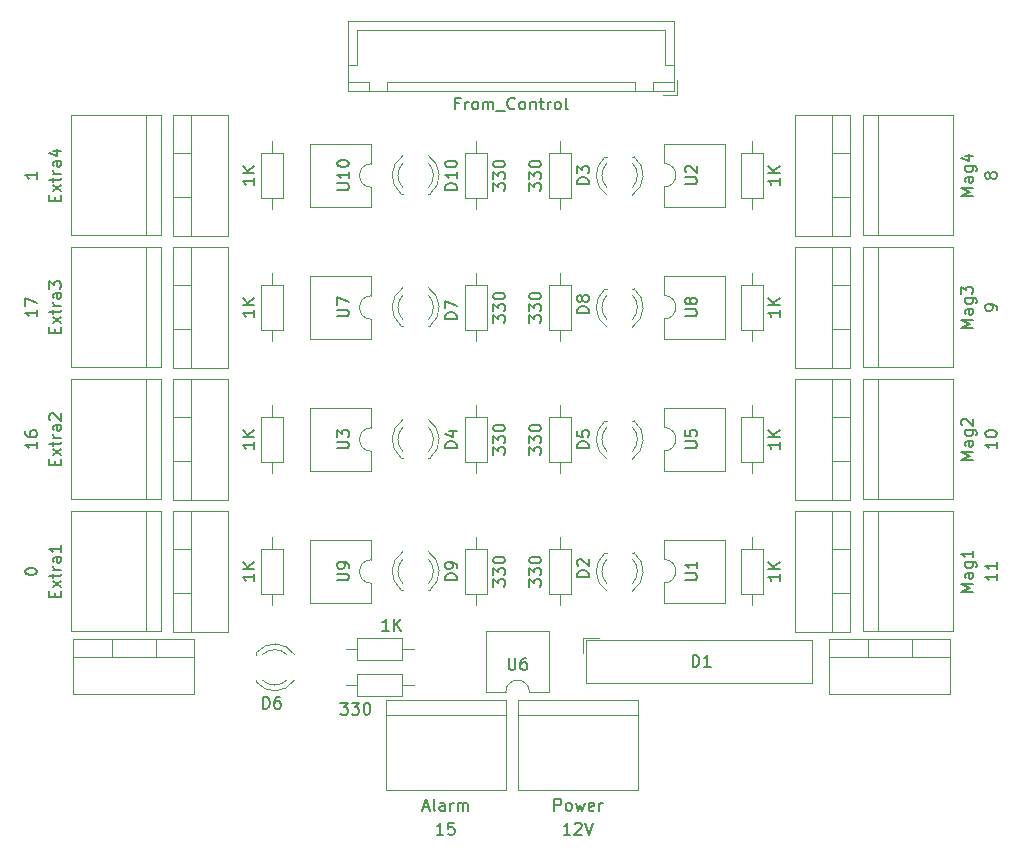
<source format=gbr>
%TF.GenerationSoftware,KiCad,Pcbnew,8.0.6*%
%TF.CreationDate,2024-12-14T18:39:00+02:00*%
%TF.ProjectId,Power_PCB,506f7765-725f-4504-9342-2e6b69636164,rev?*%
%TF.SameCoordinates,Original*%
%TF.FileFunction,Legend,Top*%
%TF.FilePolarity,Positive*%
%FSLAX46Y46*%
G04 Gerber Fmt 4.6, Leading zero omitted, Abs format (unit mm)*
G04 Created by KiCad (PCBNEW 8.0.6) date 2024-12-14 18:39:00*
%MOMM*%
%LPD*%
G01*
G04 APERTURE LIST*
%ADD10C,0.150000*%
%ADD11C,0.120000*%
G04 APERTURE END LIST*
D10*
X56082819Y-64718476D02*
X56082819Y-65289904D01*
X56082819Y-65004190D02*
X55082819Y-65004190D01*
X55082819Y-65004190D02*
X55225676Y-65099428D01*
X55225676Y-65099428D02*
X55320914Y-65194666D01*
X55320914Y-65194666D02*
X55368533Y-65289904D01*
X55082819Y-64385142D02*
X55082819Y-63718476D01*
X55082819Y-63718476D02*
X56082819Y-64147047D01*
X56082819Y-53066286D02*
X56082819Y-53637714D01*
X56082819Y-53352000D02*
X55082819Y-53352000D01*
X55082819Y-53352000D02*
X55225676Y-53447238D01*
X55225676Y-53447238D02*
X55320914Y-53542476D01*
X55320914Y-53542476D02*
X55368533Y-53637714D01*
X137362819Y-64718476D02*
X137362819Y-64528000D01*
X137362819Y-64528000D02*
X137315200Y-64432762D01*
X137315200Y-64432762D02*
X137267580Y-64385143D01*
X137267580Y-64385143D02*
X137124723Y-64289905D01*
X137124723Y-64289905D02*
X136934247Y-64242286D01*
X136934247Y-64242286D02*
X136553295Y-64242286D01*
X136553295Y-64242286D02*
X136458057Y-64289905D01*
X136458057Y-64289905D02*
X136410438Y-64337524D01*
X136410438Y-64337524D02*
X136362819Y-64432762D01*
X136362819Y-64432762D02*
X136362819Y-64623238D01*
X136362819Y-64623238D02*
X136410438Y-64718476D01*
X136410438Y-64718476D02*
X136458057Y-64766095D01*
X136458057Y-64766095D02*
X136553295Y-64813714D01*
X136553295Y-64813714D02*
X136791390Y-64813714D01*
X136791390Y-64813714D02*
X136886628Y-64766095D01*
X136886628Y-64766095D02*
X136934247Y-64718476D01*
X136934247Y-64718476D02*
X136981866Y-64623238D01*
X136981866Y-64623238D02*
X136981866Y-64432762D01*
X136981866Y-64432762D02*
X136934247Y-64337524D01*
X136934247Y-64337524D02*
X136886628Y-64289905D01*
X136886628Y-64289905D02*
X136791390Y-64242286D01*
X136791390Y-53447238D02*
X136743771Y-53542476D01*
X136743771Y-53542476D02*
X136696152Y-53590095D01*
X136696152Y-53590095D02*
X136600914Y-53637714D01*
X136600914Y-53637714D02*
X136553295Y-53637714D01*
X136553295Y-53637714D02*
X136458057Y-53590095D01*
X136458057Y-53590095D02*
X136410438Y-53542476D01*
X136410438Y-53542476D02*
X136362819Y-53447238D01*
X136362819Y-53447238D02*
X136362819Y-53256762D01*
X136362819Y-53256762D02*
X136410438Y-53161524D01*
X136410438Y-53161524D02*
X136458057Y-53113905D01*
X136458057Y-53113905D02*
X136553295Y-53066286D01*
X136553295Y-53066286D02*
X136600914Y-53066286D01*
X136600914Y-53066286D02*
X136696152Y-53113905D01*
X136696152Y-53113905D02*
X136743771Y-53161524D01*
X136743771Y-53161524D02*
X136791390Y-53256762D01*
X136791390Y-53256762D02*
X136791390Y-53447238D01*
X136791390Y-53447238D02*
X136839009Y-53542476D01*
X136839009Y-53542476D02*
X136886628Y-53590095D01*
X136886628Y-53590095D02*
X136981866Y-53637714D01*
X136981866Y-53637714D02*
X137172342Y-53637714D01*
X137172342Y-53637714D02*
X137267580Y-53590095D01*
X137267580Y-53590095D02*
X137315200Y-53542476D01*
X137315200Y-53542476D02*
X137362819Y-53447238D01*
X137362819Y-53447238D02*
X137362819Y-53256762D01*
X137362819Y-53256762D02*
X137315200Y-53161524D01*
X137315200Y-53161524D02*
X137267580Y-53113905D01*
X137267580Y-53113905D02*
X137172342Y-53066286D01*
X137172342Y-53066286D02*
X136981866Y-53066286D01*
X136981866Y-53066286D02*
X136886628Y-53113905D01*
X136886628Y-53113905D02*
X136839009Y-53161524D01*
X136839009Y-53161524D02*
X136791390Y-53256762D01*
X137362819Y-87070476D02*
X137362819Y-87641904D01*
X137362819Y-87356190D02*
X136362819Y-87356190D01*
X136362819Y-87356190D02*
X136505676Y-87451428D01*
X136505676Y-87451428D02*
X136600914Y-87546666D01*
X136600914Y-87546666D02*
X136648533Y-87641904D01*
X137362819Y-86118095D02*
X137362819Y-86689523D01*
X137362819Y-86403809D02*
X136362819Y-86403809D01*
X136362819Y-86403809D02*
X136505676Y-86499047D01*
X136505676Y-86499047D02*
X136600914Y-86594285D01*
X136600914Y-86594285D02*
X136648533Y-86689523D01*
X101236952Y-109178819D02*
X100665524Y-109178819D01*
X100951238Y-109178819D02*
X100951238Y-108178819D01*
X100951238Y-108178819D02*
X100856000Y-108321676D01*
X100856000Y-108321676D02*
X100760762Y-108416914D01*
X100760762Y-108416914D02*
X100665524Y-108464533D01*
X101617905Y-108274057D02*
X101665524Y-108226438D01*
X101665524Y-108226438D02*
X101760762Y-108178819D01*
X101760762Y-108178819D02*
X101998857Y-108178819D01*
X101998857Y-108178819D02*
X102094095Y-108226438D01*
X102094095Y-108226438D02*
X102141714Y-108274057D01*
X102141714Y-108274057D02*
X102189333Y-108369295D01*
X102189333Y-108369295D02*
X102189333Y-108464533D01*
X102189333Y-108464533D02*
X102141714Y-108607390D01*
X102141714Y-108607390D02*
X101570286Y-109178819D01*
X101570286Y-109178819D02*
X102189333Y-109178819D01*
X102475048Y-108178819D02*
X102808381Y-109178819D01*
X102808381Y-109178819D02*
X103141714Y-108178819D01*
X56082819Y-75894476D02*
X56082819Y-76465904D01*
X56082819Y-76180190D02*
X55082819Y-76180190D01*
X55082819Y-76180190D02*
X55225676Y-76275428D01*
X55225676Y-76275428D02*
X55320914Y-76370666D01*
X55320914Y-76370666D02*
X55368533Y-76465904D01*
X55082819Y-75037333D02*
X55082819Y-75227809D01*
X55082819Y-75227809D02*
X55130438Y-75323047D01*
X55130438Y-75323047D02*
X55178057Y-75370666D01*
X55178057Y-75370666D02*
X55320914Y-75465904D01*
X55320914Y-75465904D02*
X55511390Y-75513523D01*
X55511390Y-75513523D02*
X55892342Y-75513523D01*
X55892342Y-75513523D02*
X55987580Y-75465904D01*
X55987580Y-75465904D02*
X56035200Y-75418285D01*
X56035200Y-75418285D02*
X56082819Y-75323047D01*
X56082819Y-75323047D02*
X56082819Y-75132571D01*
X56082819Y-75132571D02*
X56035200Y-75037333D01*
X56035200Y-75037333D02*
X55987580Y-74989714D01*
X55987580Y-74989714D02*
X55892342Y-74942095D01*
X55892342Y-74942095D02*
X55654247Y-74942095D01*
X55654247Y-74942095D02*
X55559009Y-74989714D01*
X55559009Y-74989714D02*
X55511390Y-75037333D01*
X55511390Y-75037333D02*
X55463771Y-75132571D01*
X55463771Y-75132571D02*
X55463771Y-75323047D01*
X55463771Y-75323047D02*
X55511390Y-75418285D01*
X55511390Y-75418285D02*
X55559009Y-75465904D01*
X55559009Y-75465904D02*
X55654247Y-75513523D01*
X137362819Y-75894476D02*
X137362819Y-76465904D01*
X137362819Y-76180190D02*
X136362819Y-76180190D01*
X136362819Y-76180190D02*
X136505676Y-76275428D01*
X136505676Y-76275428D02*
X136600914Y-76370666D01*
X136600914Y-76370666D02*
X136648533Y-76465904D01*
X136362819Y-75275428D02*
X136362819Y-75180190D01*
X136362819Y-75180190D02*
X136410438Y-75084952D01*
X136410438Y-75084952D02*
X136458057Y-75037333D01*
X136458057Y-75037333D02*
X136553295Y-74989714D01*
X136553295Y-74989714D02*
X136743771Y-74942095D01*
X136743771Y-74942095D02*
X136981866Y-74942095D01*
X136981866Y-74942095D02*
X137172342Y-74989714D01*
X137172342Y-74989714D02*
X137267580Y-75037333D01*
X137267580Y-75037333D02*
X137315200Y-75084952D01*
X137315200Y-75084952D02*
X137362819Y-75180190D01*
X137362819Y-75180190D02*
X137362819Y-75275428D01*
X137362819Y-75275428D02*
X137315200Y-75370666D01*
X137315200Y-75370666D02*
X137267580Y-75418285D01*
X137267580Y-75418285D02*
X137172342Y-75465904D01*
X137172342Y-75465904D02*
X136981866Y-75513523D01*
X136981866Y-75513523D02*
X136743771Y-75513523D01*
X136743771Y-75513523D02*
X136553295Y-75465904D01*
X136553295Y-75465904D02*
X136458057Y-75418285D01*
X136458057Y-75418285D02*
X136410438Y-75370666D01*
X136410438Y-75370666D02*
X136362819Y-75275428D01*
X90489523Y-109178819D02*
X89918095Y-109178819D01*
X90203809Y-109178819D02*
X90203809Y-108178819D01*
X90203809Y-108178819D02*
X90108571Y-108321676D01*
X90108571Y-108321676D02*
X90013333Y-108416914D01*
X90013333Y-108416914D02*
X89918095Y-108464533D01*
X91394285Y-108178819D02*
X90918095Y-108178819D01*
X90918095Y-108178819D02*
X90870476Y-108655009D01*
X90870476Y-108655009D02*
X90918095Y-108607390D01*
X90918095Y-108607390D02*
X91013333Y-108559771D01*
X91013333Y-108559771D02*
X91251428Y-108559771D01*
X91251428Y-108559771D02*
X91346666Y-108607390D01*
X91346666Y-108607390D02*
X91394285Y-108655009D01*
X91394285Y-108655009D02*
X91441904Y-108750247D01*
X91441904Y-108750247D02*
X91441904Y-108988342D01*
X91441904Y-108988342D02*
X91394285Y-109083580D01*
X91394285Y-109083580D02*
X91346666Y-109131200D01*
X91346666Y-109131200D02*
X91251428Y-109178819D01*
X91251428Y-109178819D02*
X91013333Y-109178819D01*
X91013333Y-109178819D02*
X90918095Y-109131200D01*
X90918095Y-109131200D02*
X90870476Y-109083580D01*
X55082819Y-86927619D02*
X55082819Y-86832381D01*
X55082819Y-86832381D02*
X55130438Y-86737143D01*
X55130438Y-86737143D02*
X55178057Y-86689524D01*
X55178057Y-86689524D02*
X55273295Y-86641905D01*
X55273295Y-86641905D02*
X55463771Y-86594286D01*
X55463771Y-86594286D02*
X55701866Y-86594286D01*
X55701866Y-86594286D02*
X55892342Y-86641905D01*
X55892342Y-86641905D02*
X55987580Y-86689524D01*
X55987580Y-86689524D02*
X56035200Y-86737143D01*
X56035200Y-86737143D02*
X56082819Y-86832381D01*
X56082819Y-86832381D02*
X56082819Y-86927619D01*
X56082819Y-86927619D02*
X56035200Y-87022857D01*
X56035200Y-87022857D02*
X55987580Y-87070476D01*
X55987580Y-87070476D02*
X55892342Y-87118095D01*
X55892342Y-87118095D02*
X55701866Y-87165714D01*
X55701866Y-87165714D02*
X55463771Y-87165714D01*
X55463771Y-87165714D02*
X55273295Y-87118095D01*
X55273295Y-87118095D02*
X55178057Y-87070476D01*
X55178057Y-87070476D02*
X55130438Y-87022857D01*
X55130438Y-87022857D02*
X55082819Y-86927619D01*
X135330819Y-55066285D02*
X134330819Y-55066285D01*
X134330819Y-55066285D02*
X135045104Y-54732952D01*
X135045104Y-54732952D02*
X134330819Y-54399619D01*
X134330819Y-54399619D02*
X135330819Y-54399619D01*
X135330819Y-53494857D02*
X134807009Y-53494857D01*
X134807009Y-53494857D02*
X134711771Y-53542476D01*
X134711771Y-53542476D02*
X134664152Y-53637714D01*
X134664152Y-53637714D02*
X134664152Y-53828190D01*
X134664152Y-53828190D02*
X134711771Y-53923428D01*
X135283200Y-53494857D02*
X135330819Y-53590095D01*
X135330819Y-53590095D02*
X135330819Y-53828190D01*
X135330819Y-53828190D02*
X135283200Y-53923428D01*
X135283200Y-53923428D02*
X135187961Y-53971047D01*
X135187961Y-53971047D02*
X135092723Y-53971047D01*
X135092723Y-53971047D02*
X134997485Y-53923428D01*
X134997485Y-53923428D02*
X134949866Y-53828190D01*
X134949866Y-53828190D02*
X134949866Y-53590095D01*
X134949866Y-53590095D02*
X134902247Y-53494857D01*
X134664152Y-52590095D02*
X135473676Y-52590095D01*
X135473676Y-52590095D02*
X135568914Y-52637714D01*
X135568914Y-52637714D02*
X135616533Y-52685333D01*
X135616533Y-52685333D02*
X135664152Y-52780571D01*
X135664152Y-52780571D02*
X135664152Y-52923428D01*
X135664152Y-52923428D02*
X135616533Y-53018666D01*
X135283200Y-52590095D02*
X135330819Y-52685333D01*
X135330819Y-52685333D02*
X135330819Y-52875809D01*
X135330819Y-52875809D02*
X135283200Y-52971047D01*
X135283200Y-52971047D02*
X135235580Y-53018666D01*
X135235580Y-53018666D02*
X135140342Y-53066285D01*
X135140342Y-53066285D02*
X134854628Y-53066285D01*
X134854628Y-53066285D02*
X134759390Y-53018666D01*
X134759390Y-53018666D02*
X134711771Y-52971047D01*
X134711771Y-52971047D02*
X134664152Y-52875809D01*
X134664152Y-52875809D02*
X134664152Y-52685333D01*
X134664152Y-52685333D02*
X134711771Y-52590095D01*
X134664152Y-51685333D02*
X135330819Y-51685333D01*
X134283200Y-51923428D02*
X134997485Y-52161523D01*
X134997485Y-52161523D02*
X134997485Y-51542476D01*
X96014095Y-94213819D02*
X96014095Y-95023342D01*
X96014095Y-95023342D02*
X96061714Y-95118580D01*
X96061714Y-95118580D02*
X96109333Y-95166200D01*
X96109333Y-95166200D02*
X96204571Y-95213819D01*
X96204571Y-95213819D02*
X96395047Y-95213819D01*
X96395047Y-95213819D02*
X96490285Y-95166200D01*
X96490285Y-95166200D02*
X96537904Y-95118580D01*
X96537904Y-95118580D02*
X96585523Y-95023342D01*
X96585523Y-95023342D02*
X96585523Y-94213819D01*
X97490285Y-94213819D02*
X97299809Y-94213819D01*
X97299809Y-94213819D02*
X97204571Y-94261438D01*
X97204571Y-94261438D02*
X97156952Y-94309057D01*
X97156952Y-94309057D02*
X97061714Y-94451914D01*
X97061714Y-94451914D02*
X97014095Y-94642390D01*
X97014095Y-94642390D02*
X97014095Y-95023342D01*
X97014095Y-95023342D02*
X97061714Y-95118580D01*
X97061714Y-95118580D02*
X97109333Y-95166200D01*
X97109333Y-95166200D02*
X97204571Y-95213819D01*
X97204571Y-95213819D02*
X97395047Y-95213819D01*
X97395047Y-95213819D02*
X97490285Y-95166200D01*
X97490285Y-95166200D02*
X97537904Y-95118580D01*
X97537904Y-95118580D02*
X97585523Y-95023342D01*
X97585523Y-95023342D02*
X97585523Y-94785247D01*
X97585523Y-94785247D02*
X97537904Y-94690009D01*
X97537904Y-94690009D02*
X97490285Y-94642390D01*
X97490285Y-94642390D02*
X97395047Y-94594771D01*
X97395047Y-94594771D02*
X97204571Y-94594771D01*
X97204571Y-94594771D02*
X97109333Y-94642390D01*
X97109333Y-94642390D02*
X97061714Y-94690009D01*
X97061714Y-94690009D02*
X97014095Y-94785247D01*
X97754819Y-54637713D02*
X97754819Y-54018666D01*
X97754819Y-54018666D02*
X98135771Y-54351999D01*
X98135771Y-54351999D02*
X98135771Y-54209142D01*
X98135771Y-54209142D02*
X98183390Y-54113904D01*
X98183390Y-54113904D02*
X98231009Y-54066285D01*
X98231009Y-54066285D02*
X98326247Y-54018666D01*
X98326247Y-54018666D02*
X98564342Y-54018666D01*
X98564342Y-54018666D02*
X98659580Y-54066285D01*
X98659580Y-54066285D02*
X98707200Y-54113904D01*
X98707200Y-54113904D02*
X98754819Y-54209142D01*
X98754819Y-54209142D02*
X98754819Y-54494856D01*
X98754819Y-54494856D02*
X98707200Y-54590094D01*
X98707200Y-54590094D02*
X98659580Y-54637713D01*
X97754819Y-53685332D02*
X97754819Y-53066285D01*
X97754819Y-53066285D02*
X98135771Y-53399618D01*
X98135771Y-53399618D02*
X98135771Y-53256761D01*
X98135771Y-53256761D02*
X98183390Y-53161523D01*
X98183390Y-53161523D02*
X98231009Y-53113904D01*
X98231009Y-53113904D02*
X98326247Y-53066285D01*
X98326247Y-53066285D02*
X98564342Y-53066285D01*
X98564342Y-53066285D02*
X98659580Y-53113904D01*
X98659580Y-53113904D02*
X98707200Y-53161523D01*
X98707200Y-53161523D02*
X98754819Y-53256761D01*
X98754819Y-53256761D02*
X98754819Y-53542475D01*
X98754819Y-53542475D02*
X98707200Y-53637713D01*
X98707200Y-53637713D02*
X98659580Y-53685332D01*
X97754819Y-52447237D02*
X97754819Y-52351999D01*
X97754819Y-52351999D02*
X97802438Y-52256761D01*
X97802438Y-52256761D02*
X97850057Y-52209142D01*
X97850057Y-52209142D02*
X97945295Y-52161523D01*
X97945295Y-52161523D02*
X98135771Y-52113904D01*
X98135771Y-52113904D02*
X98373866Y-52113904D01*
X98373866Y-52113904D02*
X98564342Y-52161523D01*
X98564342Y-52161523D02*
X98659580Y-52209142D01*
X98659580Y-52209142D02*
X98707200Y-52256761D01*
X98707200Y-52256761D02*
X98754819Y-52351999D01*
X98754819Y-52351999D02*
X98754819Y-52447237D01*
X98754819Y-52447237D02*
X98707200Y-52542475D01*
X98707200Y-52542475D02*
X98659580Y-52590094D01*
X98659580Y-52590094D02*
X98564342Y-52637713D01*
X98564342Y-52637713D02*
X98373866Y-52685332D01*
X98373866Y-52685332D02*
X98135771Y-52685332D01*
X98135771Y-52685332D02*
X97945295Y-52637713D01*
X97945295Y-52637713D02*
X97850057Y-52590094D01*
X97850057Y-52590094D02*
X97802438Y-52542475D01*
X97802438Y-52542475D02*
X97754819Y-52447237D01*
X88751428Y-106861104D02*
X89227618Y-106861104D01*
X88656190Y-107146819D02*
X88989523Y-106146819D01*
X88989523Y-106146819D02*
X89322856Y-107146819D01*
X89799047Y-107146819D02*
X89703809Y-107099200D01*
X89703809Y-107099200D02*
X89656190Y-107003961D01*
X89656190Y-107003961D02*
X89656190Y-106146819D01*
X90608571Y-107146819D02*
X90608571Y-106623009D01*
X90608571Y-106623009D02*
X90560952Y-106527771D01*
X90560952Y-106527771D02*
X90465714Y-106480152D01*
X90465714Y-106480152D02*
X90275238Y-106480152D01*
X90275238Y-106480152D02*
X90180000Y-106527771D01*
X90608571Y-107099200D02*
X90513333Y-107146819D01*
X90513333Y-107146819D02*
X90275238Y-107146819D01*
X90275238Y-107146819D02*
X90180000Y-107099200D01*
X90180000Y-107099200D02*
X90132381Y-107003961D01*
X90132381Y-107003961D02*
X90132381Y-106908723D01*
X90132381Y-106908723D02*
X90180000Y-106813485D01*
X90180000Y-106813485D02*
X90275238Y-106765866D01*
X90275238Y-106765866D02*
X90513333Y-106765866D01*
X90513333Y-106765866D02*
X90608571Y-106718247D01*
X91084762Y-107146819D02*
X91084762Y-106480152D01*
X91084762Y-106670628D02*
X91132381Y-106575390D01*
X91132381Y-106575390D02*
X91180000Y-106527771D01*
X91180000Y-106527771D02*
X91275238Y-106480152D01*
X91275238Y-106480152D02*
X91370476Y-106480152D01*
X91703810Y-107146819D02*
X91703810Y-106480152D01*
X91703810Y-106575390D02*
X91751429Y-106527771D01*
X91751429Y-106527771D02*
X91846667Y-106480152D01*
X91846667Y-106480152D02*
X91989524Y-106480152D01*
X91989524Y-106480152D02*
X92084762Y-106527771D01*
X92084762Y-106527771D02*
X92132381Y-106623009D01*
X92132381Y-106623009D02*
X92132381Y-107146819D01*
X92132381Y-106623009D02*
X92180000Y-106527771D01*
X92180000Y-106527771D02*
X92275238Y-106480152D01*
X92275238Y-106480152D02*
X92418095Y-106480152D01*
X92418095Y-106480152D02*
X92513334Y-106527771D01*
X92513334Y-106527771D02*
X92560953Y-106623009D01*
X92560953Y-106623009D02*
X92560953Y-107146819D01*
X110962819Y-65279904D02*
X111772342Y-65279904D01*
X111772342Y-65279904D02*
X111867580Y-65232285D01*
X111867580Y-65232285D02*
X111915200Y-65184666D01*
X111915200Y-65184666D02*
X111962819Y-65089428D01*
X111962819Y-65089428D02*
X111962819Y-64898952D01*
X111962819Y-64898952D02*
X111915200Y-64803714D01*
X111915200Y-64803714D02*
X111867580Y-64756095D01*
X111867580Y-64756095D02*
X111772342Y-64708476D01*
X111772342Y-64708476D02*
X110962819Y-64708476D01*
X111391390Y-64089428D02*
X111343771Y-64184666D01*
X111343771Y-64184666D02*
X111296152Y-64232285D01*
X111296152Y-64232285D02*
X111200914Y-64279904D01*
X111200914Y-64279904D02*
X111153295Y-64279904D01*
X111153295Y-64279904D02*
X111058057Y-64232285D01*
X111058057Y-64232285D02*
X111010438Y-64184666D01*
X111010438Y-64184666D02*
X110962819Y-64089428D01*
X110962819Y-64089428D02*
X110962819Y-63898952D01*
X110962819Y-63898952D02*
X111010438Y-63803714D01*
X111010438Y-63803714D02*
X111058057Y-63756095D01*
X111058057Y-63756095D02*
X111153295Y-63708476D01*
X111153295Y-63708476D02*
X111200914Y-63708476D01*
X111200914Y-63708476D02*
X111296152Y-63756095D01*
X111296152Y-63756095D02*
X111343771Y-63803714D01*
X111343771Y-63803714D02*
X111391390Y-63898952D01*
X111391390Y-63898952D02*
X111391390Y-64089428D01*
X111391390Y-64089428D02*
X111439009Y-64184666D01*
X111439009Y-64184666D02*
X111486628Y-64232285D01*
X111486628Y-64232285D02*
X111581866Y-64279904D01*
X111581866Y-64279904D02*
X111772342Y-64279904D01*
X111772342Y-64279904D02*
X111867580Y-64232285D01*
X111867580Y-64232285D02*
X111915200Y-64184666D01*
X111915200Y-64184666D02*
X111962819Y-64089428D01*
X111962819Y-64089428D02*
X111962819Y-63898952D01*
X111962819Y-63898952D02*
X111915200Y-63803714D01*
X111915200Y-63803714D02*
X111867580Y-63756095D01*
X111867580Y-63756095D02*
X111772342Y-63708476D01*
X111772342Y-63708476D02*
X111581866Y-63708476D01*
X111581866Y-63708476D02*
X111486628Y-63756095D01*
X111486628Y-63756095D02*
X111439009Y-63803714D01*
X111439009Y-63803714D02*
X111391390Y-63898952D01*
X102818819Y-76437094D02*
X101818819Y-76437094D01*
X101818819Y-76437094D02*
X101818819Y-76198999D01*
X101818819Y-76198999D02*
X101866438Y-76056142D01*
X101866438Y-76056142D02*
X101961676Y-75960904D01*
X101961676Y-75960904D02*
X102056914Y-75913285D01*
X102056914Y-75913285D02*
X102247390Y-75865666D01*
X102247390Y-75865666D02*
X102390247Y-75865666D01*
X102390247Y-75865666D02*
X102580723Y-75913285D01*
X102580723Y-75913285D02*
X102675961Y-75960904D01*
X102675961Y-75960904D02*
X102771200Y-76056142D01*
X102771200Y-76056142D02*
X102818819Y-76198999D01*
X102818819Y-76198999D02*
X102818819Y-76437094D01*
X101818819Y-74960904D02*
X101818819Y-75437094D01*
X101818819Y-75437094D02*
X102295009Y-75484713D01*
X102295009Y-75484713D02*
X102247390Y-75437094D01*
X102247390Y-75437094D02*
X102199771Y-75341856D01*
X102199771Y-75341856D02*
X102199771Y-75103761D01*
X102199771Y-75103761D02*
X102247390Y-75008523D01*
X102247390Y-75008523D02*
X102295009Y-74960904D01*
X102295009Y-74960904D02*
X102390247Y-74913285D01*
X102390247Y-74913285D02*
X102628342Y-74913285D01*
X102628342Y-74913285D02*
X102723580Y-74960904D01*
X102723580Y-74960904D02*
X102771200Y-75008523D01*
X102771200Y-75008523D02*
X102818819Y-75103761D01*
X102818819Y-75103761D02*
X102818819Y-75341856D01*
X102818819Y-75341856D02*
X102771200Y-75437094D01*
X102771200Y-75437094D02*
X102723580Y-75484713D01*
X94706819Y-76989713D02*
X94706819Y-76370666D01*
X94706819Y-76370666D02*
X95087771Y-76703999D01*
X95087771Y-76703999D02*
X95087771Y-76561142D01*
X95087771Y-76561142D02*
X95135390Y-76465904D01*
X95135390Y-76465904D02*
X95183009Y-76418285D01*
X95183009Y-76418285D02*
X95278247Y-76370666D01*
X95278247Y-76370666D02*
X95516342Y-76370666D01*
X95516342Y-76370666D02*
X95611580Y-76418285D01*
X95611580Y-76418285D02*
X95659200Y-76465904D01*
X95659200Y-76465904D02*
X95706819Y-76561142D01*
X95706819Y-76561142D02*
X95706819Y-76846856D01*
X95706819Y-76846856D02*
X95659200Y-76942094D01*
X95659200Y-76942094D02*
X95611580Y-76989713D01*
X94706819Y-76037332D02*
X94706819Y-75418285D01*
X94706819Y-75418285D02*
X95087771Y-75751618D01*
X95087771Y-75751618D02*
X95087771Y-75608761D01*
X95087771Y-75608761D02*
X95135390Y-75513523D01*
X95135390Y-75513523D02*
X95183009Y-75465904D01*
X95183009Y-75465904D02*
X95278247Y-75418285D01*
X95278247Y-75418285D02*
X95516342Y-75418285D01*
X95516342Y-75418285D02*
X95611580Y-75465904D01*
X95611580Y-75465904D02*
X95659200Y-75513523D01*
X95659200Y-75513523D02*
X95706819Y-75608761D01*
X95706819Y-75608761D02*
X95706819Y-75894475D01*
X95706819Y-75894475D02*
X95659200Y-75989713D01*
X95659200Y-75989713D02*
X95611580Y-76037332D01*
X94706819Y-74799237D02*
X94706819Y-74703999D01*
X94706819Y-74703999D02*
X94754438Y-74608761D01*
X94754438Y-74608761D02*
X94802057Y-74561142D01*
X94802057Y-74561142D02*
X94897295Y-74513523D01*
X94897295Y-74513523D02*
X95087771Y-74465904D01*
X95087771Y-74465904D02*
X95325866Y-74465904D01*
X95325866Y-74465904D02*
X95516342Y-74513523D01*
X95516342Y-74513523D02*
X95611580Y-74561142D01*
X95611580Y-74561142D02*
X95659200Y-74608761D01*
X95659200Y-74608761D02*
X95706819Y-74703999D01*
X95706819Y-74703999D02*
X95706819Y-74799237D01*
X95706819Y-74799237D02*
X95659200Y-74894475D01*
X95659200Y-74894475D02*
X95611580Y-74942094D01*
X95611580Y-74942094D02*
X95516342Y-74989713D01*
X95516342Y-74989713D02*
X95325866Y-75037332D01*
X95325866Y-75037332D02*
X95087771Y-75037332D01*
X95087771Y-75037332D02*
X94897295Y-74989713D01*
X94897295Y-74989713D02*
X94802057Y-74942094D01*
X94802057Y-74942094D02*
X94754438Y-74894475D01*
X94754438Y-74894475D02*
X94706819Y-74799237D01*
X110962819Y-87631904D02*
X111772342Y-87631904D01*
X111772342Y-87631904D02*
X111867580Y-87584285D01*
X111867580Y-87584285D02*
X111915200Y-87536666D01*
X111915200Y-87536666D02*
X111962819Y-87441428D01*
X111962819Y-87441428D02*
X111962819Y-87250952D01*
X111962819Y-87250952D02*
X111915200Y-87155714D01*
X111915200Y-87155714D02*
X111867580Y-87108095D01*
X111867580Y-87108095D02*
X111772342Y-87060476D01*
X111772342Y-87060476D02*
X110962819Y-87060476D01*
X111962819Y-86060476D02*
X111962819Y-86631904D01*
X111962819Y-86346190D02*
X110962819Y-86346190D01*
X110962819Y-86346190D02*
X111105676Y-86441428D01*
X111105676Y-86441428D02*
X111200914Y-86536666D01*
X111200914Y-86536666D02*
X111248533Y-86631904D01*
X74482819Y-64742285D02*
X74482819Y-65313713D01*
X74482819Y-65027999D02*
X73482819Y-65027999D01*
X73482819Y-65027999D02*
X73625676Y-65123237D01*
X73625676Y-65123237D02*
X73720914Y-65218475D01*
X73720914Y-65218475D02*
X73768533Y-65313713D01*
X74482819Y-64313713D02*
X73482819Y-64313713D01*
X74482819Y-63742285D02*
X73911390Y-64170856D01*
X73482819Y-63742285D02*
X74054247Y-64313713D01*
X97754819Y-88165713D02*
X97754819Y-87546666D01*
X97754819Y-87546666D02*
X98135771Y-87879999D01*
X98135771Y-87879999D02*
X98135771Y-87737142D01*
X98135771Y-87737142D02*
X98183390Y-87641904D01*
X98183390Y-87641904D02*
X98231009Y-87594285D01*
X98231009Y-87594285D02*
X98326247Y-87546666D01*
X98326247Y-87546666D02*
X98564342Y-87546666D01*
X98564342Y-87546666D02*
X98659580Y-87594285D01*
X98659580Y-87594285D02*
X98707200Y-87641904D01*
X98707200Y-87641904D02*
X98754819Y-87737142D01*
X98754819Y-87737142D02*
X98754819Y-88022856D01*
X98754819Y-88022856D02*
X98707200Y-88118094D01*
X98707200Y-88118094D02*
X98659580Y-88165713D01*
X97754819Y-87213332D02*
X97754819Y-86594285D01*
X97754819Y-86594285D02*
X98135771Y-86927618D01*
X98135771Y-86927618D02*
X98135771Y-86784761D01*
X98135771Y-86784761D02*
X98183390Y-86689523D01*
X98183390Y-86689523D02*
X98231009Y-86641904D01*
X98231009Y-86641904D02*
X98326247Y-86594285D01*
X98326247Y-86594285D02*
X98564342Y-86594285D01*
X98564342Y-86594285D02*
X98659580Y-86641904D01*
X98659580Y-86641904D02*
X98707200Y-86689523D01*
X98707200Y-86689523D02*
X98754819Y-86784761D01*
X98754819Y-86784761D02*
X98754819Y-87070475D01*
X98754819Y-87070475D02*
X98707200Y-87165713D01*
X98707200Y-87165713D02*
X98659580Y-87213332D01*
X97754819Y-85975237D02*
X97754819Y-85879999D01*
X97754819Y-85879999D02*
X97802438Y-85784761D01*
X97802438Y-85784761D02*
X97850057Y-85737142D01*
X97850057Y-85737142D02*
X97945295Y-85689523D01*
X97945295Y-85689523D02*
X98135771Y-85641904D01*
X98135771Y-85641904D02*
X98373866Y-85641904D01*
X98373866Y-85641904D02*
X98564342Y-85689523D01*
X98564342Y-85689523D02*
X98659580Y-85737142D01*
X98659580Y-85737142D02*
X98707200Y-85784761D01*
X98707200Y-85784761D02*
X98754819Y-85879999D01*
X98754819Y-85879999D02*
X98754819Y-85975237D01*
X98754819Y-85975237D02*
X98707200Y-86070475D01*
X98707200Y-86070475D02*
X98659580Y-86118094D01*
X98659580Y-86118094D02*
X98564342Y-86165713D01*
X98564342Y-86165713D02*
X98373866Y-86213332D01*
X98373866Y-86213332D02*
X98135771Y-86213332D01*
X98135771Y-86213332D02*
X97945295Y-86165713D01*
X97945295Y-86165713D02*
X97850057Y-86118094D01*
X97850057Y-86118094D02*
X97802438Y-86070475D01*
X97802438Y-86070475D02*
X97754819Y-85975237D01*
X135330819Y-88594285D02*
X134330819Y-88594285D01*
X134330819Y-88594285D02*
X135045104Y-88260952D01*
X135045104Y-88260952D02*
X134330819Y-87927619D01*
X134330819Y-87927619D02*
X135330819Y-87927619D01*
X135330819Y-87022857D02*
X134807009Y-87022857D01*
X134807009Y-87022857D02*
X134711771Y-87070476D01*
X134711771Y-87070476D02*
X134664152Y-87165714D01*
X134664152Y-87165714D02*
X134664152Y-87356190D01*
X134664152Y-87356190D02*
X134711771Y-87451428D01*
X135283200Y-87022857D02*
X135330819Y-87118095D01*
X135330819Y-87118095D02*
X135330819Y-87356190D01*
X135330819Y-87356190D02*
X135283200Y-87451428D01*
X135283200Y-87451428D02*
X135187961Y-87499047D01*
X135187961Y-87499047D02*
X135092723Y-87499047D01*
X135092723Y-87499047D02*
X134997485Y-87451428D01*
X134997485Y-87451428D02*
X134949866Y-87356190D01*
X134949866Y-87356190D02*
X134949866Y-87118095D01*
X134949866Y-87118095D02*
X134902247Y-87022857D01*
X134664152Y-86118095D02*
X135473676Y-86118095D01*
X135473676Y-86118095D02*
X135568914Y-86165714D01*
X135568914Y-86165714D02*
X135616533Y-86213333D01*
X135616533Y-86213333D02*
X135664152Y-86308571D01*
X135664152Y-86308571D02*
X135664152Y-86451428D01*
X135664152Y-86451428D02*
X135616533Y-86546666D01*
X135283200Y-86118095D02*
X135330819Y-86213333D01*
X135330819Y-86213333D02*
X135330819Y-86403809D01*
X135330819Y-86403809D02*
X135283200Y-86499047D01*
X135283200Y-86499047D02*
X135235580Y-86546666D01*
X135235580Y-86546666D02*
X135140342Y-86594285D01*
X135140342Y-86594285D02*
X134854628Y-86594285D01*
X134854628Y-86594285D02*
X134759390Y-86546666D01*
X134759390Y-86546666D02*
X134711771Y-86499047D01*
X134711771Y-86499047D02*
X134664152Y-86403809D01*
X134664152Y-86403809D02*
X134664152Y-86213333D01*
X134664152Y-86213333D02*
X134711771Y-86118095D01*
X135330819Y-85118095D02*
X135330819Y-85689523D01*
X135330819Y-85403809D02*
X134330819Y-85403809D01*
X134330819Y-85403809D02*
X134473676Y-85499047D01*
X134473676Y-85499047D02*
X134568914Y-85594285D01*
X134568914Y-85594285D02*
X134616533Y-85689523D01*
X91642819Y-65525094D02*
X90642819Y-65525094D01*
X90642819Y-65525094D02*
X90642819Y-65286999D01*
X90642819Y-65286999D02*
X90690438Y-65144142D01*
X90690438Y-65144142D02*
X90785676Y-65048904D01*
X90785676Y-65048904D02*
X90880914Y-65001285D01*
X90880914Y-65001285D02*
X91071390Y-64953666D01*
X91071390Y-64953666D02*
X91214247Y-64953666D01*
X91214247Y-64953666D02*
X91404723Y-65001285D01*
X91404723Y-65001285D02*
X91499961Y-65048904D01*
X91499961Y-65048904D02*
X91595200Y-65144142D01*
X91595200Y-65144142D02*
X91642819Y-65286999D01*
X91642819Y-65286999D02*
X91642819Y-65525094D01*
X90642819Y-64620332D02*
X90642819Y-63953666D01*
X90642819Y-63953666D02*
X91642819Y-64382237D01*
X99879809Y-107146819D02*
X99879809Y-106146819D01*
X99879809Y-106146819D02*
X100260761Y-106146819D01*
X100260761Y-106146819D02*
X100355999Y-106194438D01*
X100355999Y-106194438D02*
X100403618Y-106242057D01*
X100403618Y-106242057D02*
X100451237Y-106337295D01*
X100451237Y-106337295D02*
X100451237Y-106480152D01*
X100451237Y-106480152D02*
X100403618Y-106575390D01*
X100403618Y-106575390D02*
X100355999Y-106623009D01*
X100355999Y-106623009D02*
X100260761Y-106670628D01*
X100260761Y-106670628D02*
X99879809Y-106670628D01*
X101022666Y-107146819D02*
X100927428Y-107099200D01*
X100927428Y-107099200D02*
X100879809Y-107051580D01*
X100879809Y-107051580D02*
X100832190Y-106956342D01*
X100832190Y-106956342D02*
X100832190Y-106670628D01*
X100832190Y-106670628D02*
X100879809Y-106575390D01*
X100879809Y-106575390D02*
X100927428Y-106527771D01*
X100927428Y-106527771D02*
X101022666Y-106480152D01*
X101022666Y-106480152D02*
X101165523Y-106480152D01*
X101165523Y-106480152D02*
X101260761Y-106527771D01*
X101260761Y-106527771D02*
X101308380Y-106575390D01*
X101308380Y-106575390D02*
X101355999Y-106670628D01*
X101355999Y-106670628D02*
X101355999Y-106956342D01*
X101355999Y-106956342D02*
X101308380Y-107051580D01*
X101308380Y-107051580D02*
X101260761Y-107099200D01*
X101260761Y-107099200D02*
X101165523Y-107146819D01*
X101165523Y-107146819D02*
X101022666Y-107146819D01*
X101689333Y-106480152D02*
X101879809Y-107146819D01*
X101879809Y-107146819D02*
X102070285Y-106670628D01*
X102070285Y-106670628D02*
X102260761Y-107146819D01*
X102260761Y-107146819D02*
X102451237Y-106480152D01*
X103213142Y-107099200D02*
X103117904Y-107146819D01*
X103117904Y-107146819D02*
X102927428Y-107146819D01*
X102927428Y-107146819D02*
X102832190Y-107099200D01*
X102832190Y-107099200D02*
X102784571Y-107003961D01*
X102784571Y-107003961D02*
X102784571Y-106623009D01*
X102784571Y-106623009D02*
X102832190Y-106527771D01*
X102832190Y-106527771D02*
X102927428Y-106480152D01*
X102927428Y-106480152D02*
X103117904Y-106480152D01*
X103117904Y-106480152D02*
X103213142Y-106527771D01*
X103213142Y-106527771D02*
X103260761Y-106623009D01*
X103260761Y-106623009D02*
X103260761Y-106718247D01*
X103260761Y-106718247D02*
X102784571Y-106813485D01*
X103689333Y-107146819D02*
X103689333Y-106480152D01*
X103689333Y-106670628D02*
X103736952Y-106575390D01*
X103736952Y-106575390D02*
X103784571Y-106527771D01*
X103784571Y-106527771D02*
X103879809Y-106480152D01*
X103879809Y-106480152D02*
X103975047Y-106480152D01*
X102818819Y-87359094D02*
X101818819Y-87359094D01*
X101818819Y-87359094D02*
X101818819Y-87120999D01*
X101818819Y-87120999D02*
X101866438Y-86978142D01*
X101866438Y-86978142D02*
X101961676Y-86882904D01*
X101961676Y-86882904D02*
X102056914Y-86835285D01*
X102056914Y-86835285D02*
X102247390Y-86787666D01*
X102247390Y-86787666D02*
X102390247Y-86787666D01*
X102390247Y-86787666D02*
X102580723Y-86835285D01*
X102580723Y-86835285D02*
X102675961Y-86882904D01*
X102675961Y-86882904D02*
X102771200Y-86978142D01*
X102771200Y-86978142D02*
X102818819Y-87120999D01*
X102818819Y-87120999D02*
X102818819Y-87359094D01*
X101914057Y-86406713D02*
X101866438Y-86359094D01*
X101866438Y-86359094D02*
X101818819Y-86263856D01*
X101818819Y-86263856D02*
X101818819Y-86025761D01*
X101818819Y-86025761D02*
X101866438Y-85930523D01*
X101866438Y-85930523D02*
X101914057Y-85882904D01*
X101914057Y-85882904D02*
X102009295Y-85835285D01*
X102009295Y-85835285D02*
X102104533Y-85835285D01*
X102104533Y-85835285D02*
X102247390Y-85882904D01*
X102247390Y-85882904D02*
X102818819Y-86454332D01*
X102818819Y-86454332D02*
X102818819Y-85835285D01*
X97754819Y-76989713D02*
X97754819Y-76370666D01*
X97754819Y-76370666D02*
X98135771Y-76703999D01*
X98135771Y-76703999D02*
X98135771Y-76561142D01*
X98135771Y-76561142D02*
X98183390Y-76465904D01*
X98183390Y-76465904D02*
X98231009Y-76418285D01*
X98231009Y-76418285D02*
X98326247Y-76370666D01*
X98326247Y-76370666D02*
X98564342Y-76370666D01*
X98564342Y-76370666D02*
X98659580Y-76418285D01*
X98659580Y-76418285D02*
X98707200Y-76465904D01*
X98707200Y-76465904D02*
X98754819Y-76561142D01*
X98754819Y-76561142D02*
X98754819Y-76846856D01*
X98754819Y-76846856D02*
X98707200Y-76942094D01*
X98707200Y-76942094D02*
X98659580Y-76989713D01*
X97754819Y-76037332D02*
X97754819Y-75418285D01*
X97754819Y-75418285D02*
X98135771Y-75751618D01*
X98135771Y-75751618D02*
X98135771Y-75608761D01*
X98135771Y-75608761D02*
X98183390Y-75513523D01*
X98183390Y-75513523D02*
X98231009Y-75465904D01*
X98231009Y-75465904D02*
X98326247Y-75418285D01*
X98326247Y-75418285D02*
X98564342Y-75418285D01*
X98564342Y-75418285D02*
X98659580Y-75465904D01*
X98659580Y-75465904D02*
X98707200Y-75513523D01*
X98707200Y-75513523D02*
X98754819Y-75608761D01*
X98754819Y-75608761D02*
X98754819Y-75894475D01*
X98754819Y-75894475D02*
X98707200Y-75989713D01*
X98707200Y-75989713D02*
X98659580Y-76037332D01*
X97754819Y-74799237D02*
X97754819Y-74703999D01*
X97754819Y-74703999D02*
X97802438Y-74608761D01*
X97802438Y-74608761D02*
X97850057Y-74561142D01*
X97850057Y-74561142D02*
X97945295Y-74513523D01*
X97945295Y-74513523D02*
X98135771Y-74465904D01*
X98135771Y-74465904D02*
X98373866Y-74465904D01*
X98373866Y-74465904D02*
X98564342Y-74513523D01*
X98564342Y-74513523D02*
X98659580Y-74561142D01*
X98659580Y-74561142D02*
X98707200Y-74608761D01*
X98707200Y-74608761D02*
X98754819Y-74703999D01*
X98754819Y-74703999D02*
X98754819Y-74799237D01*
X98754819Y-74799237D02*
X98707200Y-74894475D01*
X98707200Y-74894475D02*
X98659580Y-74942094D01*
X98659580Y-74942094D02*
X98564342Y-74989713D01*
X98564342Y-74989713D02*
X98373866Y-75037332D01*
X98373866Y-75037332D02*
X98135771Y-75037332D01*
X98135771Y-75037332D02*
X97945295Y-74989713D01*
X97945295Y-74989713D02*
X97850057Y-74942094D01*
X97850057Y-74942094D02*
X97802438Y-74894475D01*
X97802438Y-74894475D02*
X97754819Y-74799237D01*
X110962819Y-54103904D02*
X111772342Y-54103904D01*
X111772342Y-54103904D02*
X111867580Y-54056285D01*
X111867580Y-54056285D02*
X111915200Y-54008666D01*
X111915200Y-54008666D02*
X111962819Y-53913428D01*
X111962819Y-53913428D02*
X111962819Y-53722952D01*
X111962819Y-53722952D02*
X111915200Y-53627714D01*
X111915200Y-53627714D02*
X111867580Y-53580095D01*
X111867580Y-53580095D02*
X111772342Y-53532476D01*
X111772342Y-53532476D02*
X110962819Y-53532476D01*
X111058057Y-53103904D02*
X111010438Y-53056285D01*
X111010438Y-53056285D02*
X110962819Y-52961047D01*
X110962819Y-52961047D02*
X110962819Y-52722952D01*
X110962819Y-52722952D02*
X111010438Y-52627714D01*
X111010438Y-52627714D02*
X111058057Y-52580095D01*
X111058057Y-52580095D02*
X111153295Y-52532476D01*
X111153295Y-52532476D02*
X111248533Y-52532476D01*
X111248533Y-52532476D02*
X111391390Y-52580095D01*
X111391390Y-52580095D02*
X111962819Y-53151523D01*
X111962819Y-53151523D02*
X111962819Y-52532476D01*
X135330819Y-66242285D02*
X134330819Y-66242285D01*
X134330819Y-66242285D02*
X135045104Y-65908952D01*
X135045104Y-65908952D02*
X134330819Y-65575619D01*
X134330819Y-65575619D02*
X135330819Y-65575619D01*
X135330819Y-64670857D02*
X134807009Y-64670857D01*
X134807009Y-64670857D02*
X134711771Y-64718476D01*
X134711771Y-64718476D02*
X134664152Y-64813714D01*
X134664152Y-64813714D02*
X134664152Y-65004190D01*
X134664152Y-65004190D02*
X134711771Y-65099428D01*
X135283200Y-64670857D02*
X135330819Y-64766095D01*
X135330819Y-64766095D02*
X135330819Y-65004190D01*
X135330819Y-65004190D02*
X135283200Y-65099428D01*
X135283200Y-65099428D02*
X135187961Y-65147047D01*
X135187961Y-65147047D02*
X135092723Y-65147047D01*
X135092723Y-65147047D02*
X134997485Y-65099428D01*
X134997485Y-65099428D02*
X134949866Y-65004190D01*
X134949866Y-65004190D02*
X134949866Y-64766095D01*
X134949866Y-64766095D02*
X134902247Y-64670857D01*
X134664152Y-63766095D02*
X135473676Y-63766095D01*
X135473676Y-63766095D02*
X135568914Y-63813714D01*
X135568914Y-63813714D02*
X135616533Y-63861333D01*
X135616533Y-63861333D02*
X135664152Y-63956571D01*
X135664152Y-63956571D02*
X135664152Y-64099428D01*
X135664152Y-64099428D02*
X135616533Y-64194666D01*
X135283200Y-63766095D02*
X135330819Y-63861333D01*
X135330819Y-63861333D02*
X135330819Y-64051809D01*
X135330819Y-64051809D02*
X135283200Y-64147047D01*
X135283200Y-64147047D02*
X135235580Y-64194666D01*
X135235580Y-64194666D02*
X135140342Y-64242285D01*
X135140342Y-64242285D02*
X134854628Y-64242285D01*
X134854628Y-64242285D02*
X134759390Y-64194666D01*
X134759390Y-64194666D02*
X134711771Y-64147047D01*
X134711771Y-64147047D02*
X134664152Y-64051809D01*
X134664152Y-64051809D02*
X134664152Y-63861333D01*
X134664152Y-63861333D02*
X134711771Y-63766095D01*
X134330819Y-63385142D02*
X134330819Y-62766095D01*
X134330819Y-62766095D02*
X134711771Y-63099428D01*
X134711771Y-63099428D02*
X134711771Y-62956571D01*
X134711771Y-62956571D02*
X134759390Y-62861333D01*
X134759390Y-62861333D02*
X134807009Y-62813714D01*
X134807009Y-62813714D02*
X134902247Y-62766095D01*
X134902247Y-62766095D02*
X135140342Y-62766095D01*
X135140342Y-62766095D02*
X135235580Y-62813714D01*
X135235580Y-62813714D02*
X135283200Y-62861333D01*
X135283200Y-62861333D02*
X135330819Y-62956571D01*
X135330819Y-62956571D02*
X135330819Y-63242285D01*
X135330819Y-63242285D02*
X135283200Y-63337523D01*
X135283200Y-63337523D02*
X135235580Y-63385142D01*
X102818819Y-65007094D02*
X101818819Y-65007094D01*
X101818819Y-65007094D02*
X101818819Y-64768999D01*
X101818819Y-64768999D02*
X101866438Y-64626142D01*
X101866438Y-64626142D02*
X101961676Y-64530904D01*
X101961676Y-64530904D02*
X102056914Y-64483285D01*
X102056914Y-64483285D02*
X102247390Y-64435666D01*
X102247390Y-64435666D02*
X102390247Y-64435666D01*
X102390247Y-64435666D02*
X102580723Y-64483285D01*
X102580723Y-64483285D02*
X102675961Y-64530904D01*
X102675961Y-64530904D02*
X102771200Y-64626142D01*
X102771200Y-64626142D02*
X102818819Y-64768999D01*
X102818819Y-64768999D02*
X102818819Y-65007094D01*
X102247390Y-63864237D02*
X102199771Y-63959475D01*
X102199771Y-63959475D02*
X102152152Y-64007094D01*
X102152152Y-64007094D02*
X102056914Y-64054713D01*
X102056914Y-64054713D02*
X102009295Y-64054713D01*
X102009295Y-64054713D02*
X101914057Y-64007094D01*
X101914057Y-64007094D02*
X101866438Y-63959475D01*
X101866438Y-63959475D02*
X101818819Y-63864237D01*
X101818819Y-63864237D02*
X101818819Y-63673761D01*
X101818819Y-63673761D02*
X101866438Y-63578523D01*
X101866438Y-63578523D02*
X101914057Y-63530904D01*
X101914057Y-63530904D02*
X102009295Y-63483285D01*
X102009295Y-63483285D02*
X102056914Y-63483285D01*
X102056914Y-63483285D02*
X102152152Y-63530904D01*
X102152152Y-63530904D02*
X102199771Y-63578523D01*
X102199771Y-63578523D02*
X102247390Y-63673761D01*
X102247390Y-63673761D02*
X102247390Y-63864237D01*
X102247390Y-63864237D02*
X102295009Y-63959475D01*
X102295009Y-63959475D02*
X102342628Y-64007094D01*
X102342628Y-64007094D02*
X102437866Y-64054713D01*
X102437866Y-64054713D02*
X102628342Y-64054713D01*
X102628342Y-64054713D02*
X102723580Y-64007094D01*
X102723580Y-64007094D02*
X102771200Y-63959475D01*
X102771200Y-63959475D02*
X102818819Y-63864237D01*
X102818819Y-63864237D02*
X102818819Y-63673761D01*
X102818819Y-63673761D02*
X102771200Y-63578523D01*
X102771200Y-63578523D02*
X102723580Y-63530904D01*
X102723580Y-63530904D02*
X102628342Y-63483285D01*
X102628342Y-63483285D02*
X102437866Y-63483285D01*
X102437866Y-63483285D02*
X102342628Y-63530904D01*
X102342628Y-63530904D02*
X102295009Y-63578523D01*
X102295009Y-63578523D02*
X102247390Y-63673761D01*
X135330819Y-77418285D02*
X134330819Y-77418285D01*
X134330819Y-77418285D02*
X135045104Y-77084952D01*
X135045104Y-77084952D02*
X134330819Y-76751619D01*
X134330819Y-76751619D02*
X135330819Y-76751619D01*
X135330819Y-75846857D02*
X134807009Y-75846857D01*
X134807009Y-75846857D02*
X134711771Y-75894476D01*
X134711771Y-75894476D02*
X134664152Y-75989714D01*
X134664152Y-75989714D02*
X134664152Y-76180190D01*
X134664152Y-76180190D02*
X134711771Y-76275428D01*
X135283200Y-75846857D02*
X135330819Y-75942095D01*
X135330819Y-75942095D02*
X135330819Y-76180190D01*
X135330819Y-76180190D02*
X135283200Y-76275428D01*
X135283200Y-76275428D02*
X135187961Y-76323047D01*
X135187961Y-76323047D02*
X135092723Y-76323047D01*
X135092723Y-76323047D02*
X134997485Y-76275428D01*
X134997485Y-76275428D02*
X134949866Y-76180190D01*
X134949866Y-76180190D02*
X134949866Y-75942095D01*
X134949866Y-75942095D02*
X134902247Y-75846857D01*
X134664152Y-74942095D02*
X135473676Y-74942095D01*
X135473676Y-74942095D02*
X135568914Y-74989714D01*
X135568914Y-74989714D02*
X135616533Y-75037333D01*
X135616533Y-75037333D02*
X135664152Y-75132571D01*
X135664152Y-75132571D02*
X135664152Y-75275428D01*
X135664152Y-75275428D02*
X135616533Y-75370666D01*
X135283200Y-74942095D02*
X135330819Y-75037333D01*
X135330819Y-75037333D02*
X135330819Y-75227809D01*
X135330819Y-75227809D02*
X135283200Y-75323047D01*
X135283200Y-75323047D02*
X135235580Y-75370666D01*
X135235580Y-75370666D02*
X135140342Y-75418285D01*
X135140342Y-75418285D02*
X134854628Y-75418285D01*
X134854628Y-75418285D02*
X134759390Y-75370666D01*
X134759390Y-75370666D02*
X134711771Y-75323047D01*
X134711771Y-75323047D02*
X134664152Y-75227809D01*
X134664152Y-75227809D02*
X134664152Y-75037333D01*
X134664152Y-75037333D02*
X134711771Y-74942095D01*
X134426057Y-74513523D02*
X134378438Y-74465904D01*
X134378438Y-74465904D02*
X134330819Y-74370666D01*
X134330819Y-74370666D02*
X134330819Y-74132571D01*
X134330819Y-74132571D02*
X134378438Y-74037333D01*
X134378438Y-74037333D02*
X134426057Y-73989714D01*
X134426057Y-73989714D02*
X134521295Y-73942095D01*
X134521295Y-73942095D02*
X134616533Y-73942095D01*
X134616533Y-73942095D02*
X134759390Y-73989714D01*
X134759390Y-73989714D02*
X135330819Y-74561142D01*
X135330819Y-74561142D02*
X135330819Y-73942095D01*
X111597905Y-94972319D02*
X111597905Y-93972319D01*
X111597905Y-93972319D02*
X111836000Y-93972319D01*
X111836000Y-93972319D02*
X111978857Y-94019938D01*
X111978857Y-94019938D02*
X112074095Y-94115176D01*
X112074095Y-94115176D02*
X112121714Y-94210414D01*
X112121714Y-94210414D02*
X112169333Y-94400890D01*
X112169333Y-94400890D02*
X112169333Y-94543747D01*
X112169333Y-94543747D02*
X112121714Y-94734223D01*
X112121714Y-94734223D02*
X112074095Y-94829461D01*
X112074095Y-94829461D02*
X111978857Y-94924700D01*
X111978857Y-94924700D02*
X111836000Y-94972319D01*
X111836000Y-94972319D02*
X111597905Y-94972319D01*
X113121714Y-94972319D02*
X112550286Y-94972319D01*
X112836000Y-94972319D02*
X112836000Y-93972319D01*
X112836000Y-93972319D02*
X112740762Y-94115176D01*
X112740762Y-94115176D02*
X112645524Y-94210414D01*
X112645524Y-94210414D02*
X112550286Y-94258033D01*
X74482819Y-75918285D02*
X74482819Y-76489713D01*
X74482819Y-76203999D02*
X73482819Y-76203999D01*
X73482819Y-76203999D02*
X73625676Y-76299237D01*
X73625676Y-76299237D02*
X73720914Y-76394475D01*
X73720914Y-76394475D02*
X73768533Y-76489713D01*
X74482819Y-75489713D02*
X73482819Y-75489713D01*
X74482819Y-74918285D02*
X73911390Y-75346856D01*
X73482819Y-74918285D02*
X74054247Y-75489713D01*
X81774286Y-98018819D02*
X82393333Y-98018819D01*
X82393333Y-98018819D02*
X82060000Y-98399771D01*
X82060000Y-98399771D02*
X82202857Y-98399771D01*
X82202857Y-98399771D02*
X82298095Y-98447390D01*
X82298095Y-98447390D02*
X82345714Y-98495009D01*
X82345714Y-98495009D02*
X82393333Y-98590247D01*
X82393333Y-98590247D02*
X82393333Y-98828342D01*
X82393333Y-98828342D02*
X82345714Y-98923580D01*
X82345714Y-98923580D02*
X82298095Y-98971200D01*
X82298095Y-98971200D02*
X82202857Y-99018819D01*
X82202857Y-99018819D02*
X81917143Y-99018819D01*
X81917143Y-99018819D02*
X81821905Y-98971200D01*
X81821905Y-98971200D02*
X81774286Y-98923580D01*
X82726667Y-98018819D02*
X83345714Y-98018819D01*
X83345714Y-98018819D02*
X83012381Y-98399771D01*
X83012381Y-98399771D02*
X83155238Y-98399771D01*
X83155238Y-98399771D02*
X83250476Y-98447390D01*
X83250476Y-98447390D02*
X83298095Y-98495009D01*
X83298095Y-98495009D02*
X83345714Y-98590247D01*
X83345714Y-98590247D02*
X83345714Y-98828342D01*
X83345714Y-98828342D02*
X83298095Y-98923580D01*
X83298095Y-98923580D02*
X83250476Y-98971200D01*
X83250476Y-98971200D02*
X83155238Y-99018819D01*
X83155238Y-99018819D02*
X82869524Y-99018819D01*
X82869524Y-99018819D02*
X82774286Y-98971200D01*
X82774286Y-98971200D02*
X82726667Y-98923580D01*
X83964762Y-98018819D02*
X84060000Y-98018819D01*
X84060000Y-98018819D02*
X84155238Y-98066438D01*
X84155238Y-98066438D02*
X84202857Y-98114057D01*
X84202857Y-98114057D02*
X84250476Y-98209295D01*
X84250476Y-98209295D02*
X84298095Y-98399771D01*
X84298095Y-98399771D02*
X84298095Y-98637866D01*
X84298095Y-98637866D02*
X84250476Y-98828342D01*
X84250476Y-98828342D02*
X84202857Y-98923580D01*
X84202857Y-98923580D02*
X84155238Y-98971200D01*
X84155238Y-98971200D02*
X84060000Y-99018819D01*
X84060000Y-99018819D02*
X83964762Y-99018819D01*
X83964762Y-99018819D02*
X83869524Y-98971200D01*
X83869524Y-98971200D02*
X83821905Y-98923580D01*
X83821905Y-98923580D02*
X83774286Y-98828342D01*
X83774286Y-98828342D02*
X83726667Y-98637866D01*
X83726667Y-98637866D02*
X83726667Y-98399771D01*
X83726667Y-98399771D02*
X83774286Y-98209295D01*
X83774286Y-98209295D02*
X83821905Y-98114057D01*
X83821905Y-98114057D02*
X83869524Y-98066438D01*
X83869524Y-98066438D02*
X83964762Y-98018819D01*
X91642819Y-87623094D02*
X90642819Y-87623094D01*
X90642819Y-87623094D02*
X90642819Y-87384999D01*
X90642819Y-87384999D02*
X90690438Y-87242142D01*
X90690438Y-87242142D02*
X90785676Y-87146904D01*
X90785676Y-87146904D02*
X90880914Y-87099285D01*
X90880914Y-87099285D02*
X91071390Y-87051666D01*
X91071390Y-87051666D02*
X91214247Y-87051666D01*
X91214247Y-87051666D02*
X91404723Y-87099285D01*
X91404723Y-87099285D02*
X91499961Y-87146904D01*
X91499961Y-87146904D02*
X91595200Y-87242142D01*
X91595200Y-87242142D02*
X91642819Y-87384999D01*
X91642819Y-87384999D02*
X91642819Y-87623094D01*
X91642819Y-86575475D02*
X91642819Y-86384999D01*
X91642819Y-86384999D02*
X91595200Y-86289761D01*
X91595200Y-86289761D02*
X91547580Y-86242142D01*
X91547580Y-86242142D02*
X91404723Y-86146904D01*
X91404723Y-86146904D02*
X91214247Y-86099285D01*
X91214247Y-86099285D02*
X90833295Y-86099285D01*
X90833295Y-86099285D02*
X90738057Y-86146904D01*
X90738057Y-86146904D02*
X90690438Y-86194523D01*
X90690438Y-86194523D02*
X90642819Y-86289761D01*
X90642819Y-86289761D02*
X90642819Y-86480237D01*
X90642819Y-86480237D02*
X90690438Y-86575475D01*
X90690438Y-86575475D02*
X90738057Y-86623094D01*
X90738057Y-86623094D02*
X90833295Y-86670713D01*
X90833295Y-86670713D02*
X91071390Y-86670713D01*
X91071390Y-86670713D02*
X91166628Y-86623094D01*
X91166628Y-86623094D02*
X91214247Y-86575475D01*
X91214247Y-86575475D02*
X91261866Y-86480237D01*
X91261866Y-86480237D02*
X91261866Y-86289761D01*
X91261866Y-86289761D02*
X91214247Y-86194523D01*
X91214247Y-86194523D02*
X91166628Y-86146904D01*
X91166628Y-86146904D02*
X91071390Y-86099285D01*
X118962819Y-87094285D02*
X118962819Y-87665713D01*
X118962819Y-87379999D02*
X117962819Y-87379999D01*
X117962819Y-87379999D02*
X118105676Y-87475237D01*
X118105676Y-87475237D02*
X118200914Y-87570475D01*
X118200914Y-87570475D02*
X118248533Y-87665713D01*
X118962819Y-86665713D02*
X117962819Y-86665713D01*
X118962819Y-86094285D02*
X118391390Y-86522856D01*
X117962819Y-86094285D02*
X118534247Y-86665713D01*
X57591009Y-89022857D02*
X57591009Y-88689524D01*
X58114819Y-88546667D02*
X58114819Y-89022857D01*
X58114819Y-89022857D02*
X57114819Y-89022857D01*
X57114819Y-89022857D02*
X57114819Y-88546667D01*
X58114819Y-88213333D02*
X57448152Y-87689524D01*
X57448152Y-88213333D02*
X58114819Y-87689524D01*
X57448152Y-87451428D02*
X57448152Y-87070476D01*
X57114819Y-87308571D02*
X57971961Y-87308571D01*
X57971961Y-87308571D02*
X58067200Y-87260952D01*
X58067200Y-87260952D02*
X58114819Y-87165714D01*
X58114819Y-87165714D02*
X58114819Y-87070476D01*
X58114819Y-86737142D02*
X57448152Y-86737142D01*
X57638628Y-86737142D02*
X57543390Y-86689523D01*
X57543390Y-86689523D02*
X57495771Y-86641904D01*
X57495771Y-86641904D02*
X57448152Y-86546666D01*
X57448152Y-86546666D02*
X57448152Y-86451428D01*
X58114819Y-85689523D02*
X57591009Y-85689523D01*
X57591009Y-85689523D02*
X57495771Y-85737142D01*
X57495771Y-85737142D02*
X57448152Y-85832380D01*
X57448152Y-85832380D02*
X57448152Y-86022856D01*
X57448152Y-86022856D02*
X57495771Y-86118094D01*
X58067200Y-85689523D02*
X58114819Y-85784761D01*
X58114819Y-85784761D02*
X58114819Y-86022856D01*
X58114819Y-86022856D02*
X58067200Y-86118094D01*
X58067200Y-86118094D02*
X57971961Y-86165713D01*
X57971961Y-86165713D02*
X57876723Y-86165713D01*
X57876723Y-86165713D02*
X57781485Y-86118094D01*
X57781485Y-86118094D02*
X57733866Y-86022856D01*
X57733866Y-86022856D02*
X57733866Y-85784761D01*
X57733866Y-85784761D02*
X57686247Y-85689523D01*
X58114819Y-84689523D02*
X58114819Y-85260951D01*
X58114819Y-84975237D02*
X57114819Y-84975237D01*
X57114819Y-84975237D02*
X57257676Y-85070475D01*
X57257676Y-85070475D02*
X57352914Y-85165713D01*
X57352914Y-85165713D02*
X57400533Y-85260951D01*
X81498819Y-65299904D02*
X82308342Y-65299904D01*
X82308342Y-65299904D02*
X82403580Y-65252285D01*
X82403580Y-65252285D02*
X82451200Y-65204666D01*
X82451200Y-65204666D02*
X82498819Y-65109428D01*
X82498819Y-65109428D02*
X82498819Y-64918952D01*
X82498819Y-64918952D02*
X82451200Y-64823714D01*
X82451200Y-64823714D02*
X82403580Y-64776095D01*
X82403580Y-64776095D02*
X82308342Y-64728476D01*
X82308342Y-64728476D02*
X81498819Y-64728476D01*
X81498819Y-64347523D02*
X81498819Y-63680857D01*
X81498819Y-63680857D02*
X82498819Y-64109428D01*
X81498819Y-54600094D02*
X82308342Y-54600094D01*
X82308342Y-54600094D02*
X82403580Y-54552475D01*
X82403580Y-54552475D02*
X82451200Y-54504856D01*
X82451200Y-54504856D02*
X82498819Y-54409618D01*
X82498819Y-54409618D02*
X82498819Y-54219142D01*
X82498819Y-54219142D02*
X82451200Y-54123904D01*
X82451200Y-54123904D02*
X82403580Y-54076285D01*
X82403580Y-54076285D02*
X82308342Y-54028666D01*
X82308342Y-54028666D02*
X81498819Y-54028666D01*
X82498819Y-53028666D02*
X82498819Y-53600094D01*
X82498819Y-53314380D02*
X81498819Y-53314380D01*
X81498819Y-53314380D02*
X81641676Y-53409618D01*
X81641676Y-53409618D02*
X81736914Y-53504856D01*
X81736914Y-53504856D02*
X81784533Y-53600094D01*
X81498819Y-52409618D02*
X81498819Y-52314380D01*
X81498819Y-52314380D02*
X81546438Y-52219142D01*
X81546438Y-52219142D02*
X81594057Y-52171523D01*
X81594057Y-52171523D02*
X81689295Y-52123904D01*
X81689295Y-52123904D02*
X81879771Y-52076285D01*
X81879771Y-52076285D02*
X82117866Y-52076285D01*
X82117866Y-52076285D02*
X82308342Y-52123904D01*
X82308342Y-52123904D02*
X82403580Y-52171523D01*
X82403580Y-52171523D02*
X82451200Y-52219142D01*
X82451200Y-52219142D02*
X82498819Y-52314380D01*
X82498819Y-52314380D02*
X82498819Y-52409618D01*
X82498819Y-52409618D02*
X82451200Y-52504856D01*
X82451200Y-52504856D02*
X82403580Y-52552475D01*
X82403580Y-52552475D02*
X82308342Y-52600094D01*
X82308342Y-52600094D02*
X82117866Y-52647713D01*
X82117866Y-52647713D02*
X81879771Y-52647713D01*
X81879771Y-52647713D02*
X81689295Y-52600094D01*
X81689295Y-52600094D02*
X81594057Y-52552475D01*
X81594057Y-52552475D02*
X81546438Y-52504856D01*
X81546438Y-52504856D02*
X81498819Y-52409618D01*
X91642819Y-76447094D02*
X90642819Y-76447094D01*
X90642819Y-76447094D02*
X90642819Y-76208999D01*
X90642819Y-76208999D02*
X90690438Y-76066142D01*
X90690438Y-76066142D02*
X90785676Y-75970904D01*
X90785676Y-75970904D02*
X90880914Y-75923285D01*
X90880914Y-75923285D02*
X91071390Y-75875666D01*
X91071390Y-75875666D02*
X91214247Y-75875666D01*
X91214247Y-75875666D02*
X91404723Y-75923285D01*
X91404723Y-75923285D02*
X91499961Y-75970904D01*
X91499961Y-75970904D02*
X91595200Y-76066142D01*
X91595200Y-76066142D02*
X91642819Y-76208999D01*
X91642819Y-76208999D02*
X91642819Y-76447094D01*
X90976152Y-75018523D02*
X91642819Y-75018523D01*
X90595200Y-75256618D02*
X91309485Y-75494713D01*
X91309485Y-75494713D02*
X91309485Y-74875666D01*
X75209905Y-98510819D02*
X75209905Y-97510819D01*
X75209905Y-97510819D02*
X75448000Y-97510819D01*
X75448000Y-97510819D02*
X75590857Y-97558438D01*
X75590857Y-97558438D02*
X75686095Y-97653676D01*
X75686095Y-97653676D02*
X75733714Y-97748914D01*
X75733714Y-97748914D02*
X75781333Y-97939390D01*
X75781333Y-97939390D02*
X75781333Y-98082247D01*
X75781333Y-98082247D02*
X75733714Y-98272723D01*
X75733714Y-98272723D02*
X75686095Y-98367961D01*
X75686095Y-98367961D02*
X75590857Y-98463200D01*
X75590857Y-98463200D02*
X75448000Y-98510819D01*
X75448000Y-98510819D02*
X75209905Y-98510819D01*
X76638476Y-97510819D02*
X76448000Y-97510819D01*
X76448000Y-97510819D02*
X76352762Y-97558438D01*
X76352762Y-97558438D02*
X76305143Y-97606057D01*
X76305143Y-97606057D02*
X76209905Y-97748914D01*
X76209905Y-97748914D02*
X76162286Y-97939390D01*
X76162286Y-97939390D02*
X76162286Y-98320342D01*
X76162286Y-98320342D02*
X76209905Y-98415580D01*
X76209905Y-98415580D02*
X76257524Y-98463200D01*
X76257524Y-98463200D02*
X76352762Y-98510819D01*
X76352762Y-98510819D02*
X76543238Y-98510819D01*
X76543238Y-98510819D02*
X76638476Y-98463200D01*
X76638476Y-98463200D02*
X76686095Y-98415580D01*
X76686095Y-98415580D02*
X76733714Y-98320342D01*
X76733714Y-98320342D02*
X76733714Y-98082247D01*
X76733714Y-98082247D02*
X76686095Y-97987009D01*
X76686095Y-97987009D02*
X76638476Y-97939390D01*
X76638476Y-97939390D02*
X76543238Y-97891771D01*
X76543238Y-97891771D02*
X76352762Y-97891771D01*
X76352762Y-97891771D02*
X76257524Y-97939390D01*
X76257524Y-97939390D02*
X76209905Y-97987009D01*
X76209905Y-97987009D02*
X76162286Y-98082247D01*
X118962819Y-53566285D02*
X118962819Y-54137713D01*
X118962819Y-53851999D02*
X117962819Y-53851999D01*
X117962819Y-53851999D02*
X118105676Y-53947237D01*
X118105676Y-53947237D02*
X118200914Y-54042475D01*
X118200914Y-54042475D02*
X118248533Y-54137713D01*
X118962819Y-53137713D02*
X117962819Y-53137713D01*
X118962819Y-52566285D02*
X118391390Y-52994856D01*
X117962819Y-52566285D02*
X118534247Y-53137713D01*
X94706819Y-88165713D02*
X94706819Y-87546666D01*
X94706819Y-87546666D02*
X95087771Y-87879999D01*
X95087771Y-87879999D02*
X95087771Y-87737142D01*
X95087771Y-87737142D02*
X95135390Y-87641904D01*
X95135390Y-87641904D02*
X95183009Y-87594285D01*
X95183009Y-87594285D02*
X95278247Y-87546666D01*
X95278247Y-87546666D02*
X95516342Y-87546666D01*
X95516342Y-87546666D02*
X95611580Y-87594285D01*
X95611580Y-87594285D02*
X95659200Y-87641904D01*
X95659200Y-87641904D02*
X95706819Y-87737142D01*
X95706819Y-87737142D02*
X95706819Y-88022856D01*
X95706819Y-88022856D02*
X95659200Y-88118094D01*
X95659200Y-88118094D02*
X95611580Y-88165713D01*
X94706819Y-87213332D02*
X94706819Y-86594285D01*
X94706819Y-86594285D02*
X95087771Y-86927618D01*
X95087771Y-86927618D02*
X95087771Y-86784761D01*
X95087771Y-86784761D02*
X95135390Y-86689523D01*
X95135390Y-86689523D02*
X95183009Y-86641904D01*
X95183009Y-86641904D02*
X95278247Y-86594285D01*
X95278247Y-86594285D02*
X95516342Y-86594285D01*
X95516342Y-86594285D02*
X95611580Y-86641904D01*
X95611580Y-86641904D02*
X95659200Y-86689523D01*
X95659200Y-86689523D02*
X95706819Y-86784761D01*
X95706819Y-86784761D02*
X95706819Y-87070475D01*
X95706819Y-87070475D02*
X95659200Y-87165713D01*
X95659200Y-87165713D02*
X95611580Y-87213332D01*
X94706819Y-85975237D02*
X94706819Y-85879999D01*
X94706819Y-85879999D02*
X94754438Y-85784761D01*
X94754438Y-85784761D02*
X94802057Y-85737142D01*
X94802057Y-85737142D02*
X94897295Y-85689523D01*
X94897295Y-85689523D02*
X95087771Y-85641904D01*
X95087771Y-85641904D02*
X95325866Y-85641904D01*
X95325866Y-85641904D02*
X95516342Y-85689523D01*
X95516342Y-85689523D02*
X95611580Y-85737142D01*
X95611580Y-85737142D02*
X95659200Y-85784761D01*
X95659200Y-85784761D02*
X95706819Y-85879999D01*
X95706819Y-85879999D02*
X95706819Y-85975237D01*
X95706819Y-85975237D02*
X95659200Y-86070475D01*
X95659200Y-86070475D02*
X95611580Y-86118094D01*
X95611580Y-86118094D02*
X95516342Y-86165713D01*
X95516342Y-86165713D02*
X95325866Y-86213332D01*
X95325866Y-86213332D02*
X95087771Y-86213332D01*
X95087771Y-86213332D02*
X94897295Y-86165713D01*
X94897295Y-86165713D02*
X94802057Y-86118094D01*
X94802057Y-86118094D02*
X94754438Y-86070475D01*
X94754438Y-86070475D02*
X94706819Y-85975237D01*
X94706819Y-54637713D02*
X94706819Y-54018666D01*
X94706819Y-54018666D02*
X95087771Y-54351999D01*
X95087771Y-54351999D02*
X95087771Y-54209142D01*
X95087771Y-54209142D02*
X95135390Y-54113904D01*
X95135390Y-54113904D02*
X95183009Y-54066285D01*
X95183009Y-54066285D02*
X95278247Y-54018666D01*
X95278247Y-54018666D02*
X95516342Y-54018666D01*
X95516342Y-54018666D02*
X95611580Y-54066285D01*
X95611580Y-54066285D02*
X95659200Y-54113904D01*
X95659200Y-54113904D02*
X95706819Y-54209142D01*
X95706819Y-54209142D02*
X95706819Y-54494856D01*
X95706819Y-54494856D02*
X95659200Y-54590094D01*
X95659200Y-54590094D02*
X95611580Y-54637713D01*
X94706819Y-53685332D02*
X94706819Y-53066285D01*
X94706819Y-53066285D02*
X95087771Y-53399618D01*
X95087771Y-53399618D02*
X95087771Y-53256761D01*
X95087771Y-53256761D02*
X95135390Y-53161523D01*
X95135390Y-53161523D02*
X95183009Y-53113904D01*
X95183009Y-53113904D02*
X95278247Y-53066285D01*
X95278247Y-53066285D02*
X95516342Y-53066285D01*
X95516342Y-53066285D02*
X95611580Y-53113904D01*
X95611580Y-53113904D02*
X95659200Y-53161523D01*
X95659200Y-53161523D02*
X95706819Y-53256761D01*
X95706819Y-53256761D02*
X95706819Y-53542475D01*
X95706819Y-53542475D02*
X95659200Y-53637713D01*
X95659200Y-53637713D02*
X95611580Y-53685332D01*
X94706819Y-52447237D02*
X94706819Y-52351999D01*
X94706819Y-52351999D02*
X94754438Y-52256761D01*
X94754438Y-52256761D02*
X94802057Y-52209142D01*
X94802057Y-52209142D02*
X94897295Y-52161523D01*
X94897295Y-52161523D02*
X95087771Y-52113904D01*
X95087771Y-52113904D02*
X95325866Y-52113904D01*
X95325866Y-52113904D02*
X95516342Y-52161523D01*
X95516342Y-52161523D02*
X95611580Y-52209142D01*
X95611580Y-52209142D02*
X95659200Y-52256761D01*
X95659200Y-52256761D02*
X95706819Y-52351999D01*
X95706819Y-52351999D02*
X95706819Y-52447237D01*
X95706819Y-52447237D02*
X95659200Y-52542475D01*
X95659200Y-52542475D02*
X95611580Y-52590094D01*
X95611580Y-52590094D02*
X95516342Y-52637713D01*
X95516342Y-52637713D02*
X95325866Y-52685332D01*
X95325866Y-52685332D02*
X95087771Y-52685332D01*
X95087771Y-52685332D02*
X94897295Y-52637713D01*
X94897295Y-52637713D02*
X94802057Y-52590094D01*
X94802057Y-52590094D02*
X94754438Y-52542475D01*
X94754438Y-52542475D02*
X94706819Y-52447237D01*
X81498819Y-76475904D02*
X82308342Y-76475904D01*
X82308342Y-76475904D02*
X82403580Y-76428285D01*
X82403580Y-76428285D02*
X82451200Y-76380666D01*
X82451200Y-76380666D02*
X82498819Y-76285428D01*
X82498819Y-76285428D02*
X82498819Y-76094952D01*
X82498819Y-76094952D02*
X82451200Y-75999714D01*
X82451200Y-75999714D02*
X82403580Y-75952095D01*
X82403580Y-75952095D02*
X82308342Y-75904476D01*
X82308342Y-75904476D02*
X81498819Y-75904476D01*
X81498819Y-75523523D02*
X81498819Y-74904476D01*
X81498819Y-74904476D02*
X81879771Y-75237809D01*
X81879771Y-75237809D02*
X81879771Y-75094952D01*
X81879771Y-75094952D02*
X81927390Y-74999714D01*
X81927390Y-74999714D02*
X81975009Y-74952095D01*
X81975009Y-74952095D02*
X82070247Y-74904476D01*
X82070247Y-74904476D02*
X82308342Y-74904476D01*
X82308342Y-74904476D02*
X82403580Y-74952095D01*
X82403580Y-74952095D02*
X82451200Y-74999714D01*
X82451200Y-74999714D02*
X82498819Y-75094952D01*
X82498819Y-75094952D02*
X82498819Y-75380666D01*
X82498819Y-75380666D02*
X82451200Y-75475904D01*
X82451200Y-75475904D02*
X82403580Y-75523523D01*
X97754819Y-65813713D02*
X97754819Y-65194666D01*
X97754819Y-65194666D02*
X98135771Y-65527999D01*
X98135771Y-65527999D02*
X98135771Y-65385142D01*
X98135771Y-65385142D02*
X98183390Y-65289904D01*
X98183390Y-65289904D02*
X98231009Y-65242285D01*
X98231009Y-65242285D02*
X98326247Y-65194666D01*
X98326247Y-65194666D02*
X98564342Y-65194666D01*
X98564342Y-65194666D02*
X98659580Y-65242285D01*
X98659580Y-65242285D02*
X98707200Y-65289904D01*
X98707200Y-65289904D02*
X98754819Y-65385142D01*
X98754819Y-65385142D02*
X98754819Y-65670856D01*
X98754819Y-65670856D02*
X98707200Y-65766094D01*
X98707200Y-65766094D02*
X98659580Y-65813713D01*
X97754819Y-64861332D02*
X97754819Y-64242285D01*
X97754819Y-64242285D02*
X98135771Y-64575618D01*
X98135771Y-64575618D02*
X98135771Y-64432761D01*
X98135771Y-64432761D02*
X98183390Y-64337523D01*
X98183390Y-64337523D02*
X98231009Y-64289904D01*
X98231009Y-64289904D02*
X98326247Y-64242285D01*
X98326247Y-64242285D02*
X98564342Y-64242285D01*
X98564342Y-64242285D02*
X98659580Y-64289904D01*
X98659580Y-64289904D02*
X98707200Y-64337523D01*
X98707200Y-64337523D02*
X98754819Y-64432761D01*
X98754819Y-64432761D02*
X98754819Y-64718475D01*
X98754819Y-64718475D02*
X98707200Y-64813713D01*
X98707200Y-64813713D02*
X98659580Y-64861332D01*
X97754819Y-63623237D02*
X97754819Y-63527999D01*
X97754819Y-63527999D02*
X97802438Y-63432761D01*
X97802438Y-63432761D02*
X97850057Y-63385142D01*
X97850057Y-63385142D02*
X97945295Y-63337523D01*
X97945295Y-63337523D02*
X98135771Y-63289904D01*
X98135771Y-63289904D02*
X98373866Y-63289904D01*
X98373866Y-63289904D02*
X98564342Y-63337523D01*
X98564342Y-63337523D02*
X98659580Y-63385142D01*
X98659580Y-63385142D02*
X98707200Y-63432761D01*
X98707200Y-63432761D02*
X98754819Y-63527999D01*
X98754819Y-63527999D02*
X98754819Y-63623237D01*
X98754819Y-63623237D02*
X98707200Y-63718475D01*
X98707200Y-63718475D02*
X98659580Y-63766094D01*
X98659580Y-63766094D02*
X98564342Y-63813713D01*
X98564342Y-63813713D02*
X98373866Y-63861332D01*
X98373866Y-63861332D02*
X98135771Y-63861332D01*
X98135771Y-63861332D02*
X97945295Y-63813713D01*
X97945295Y-63813713D02*
X97850057Y-63766094D01*
X97850057Y-63766094D02*
X97802438Y-63718475D01*
X97802438Y-63718475D02*
X97754819Y-63623237D01*
X118962819Y-64742285D02*
X118962819Y-65313713D01*
X118962819Y-65027999D02*
X117962819Y-65027999D01*
X117962819Y-65027999D02*
X118105676Y-65123237D01*
X118105676Y-65123237D02*
X118200914Y-65218475D01*
X118200914Y-65218475D02*
X118248533Y-65313713D01*
X118962819Y-64313713D02*
X117962819Y-64313713D01*
X118962819Y-63742285D02*
X118391390Y-64170856D01*
X117962819Y-63742285D02*
X118534247Y-64313713D01*
X94706819Y-65813713D02*
X94706819Y-65194666D01*
X94706819Y-65194666D02*
X95087771Y-65527999D01*
X95087771Y-65527999D02*
X95087771Y-65385142D01*
X95087771Y-65385142D02*
X95135390Y-65289904D01*
X95135390Y-65289904D02*
X95183009Y-65242285D01*
X95183009Y-65242285D02*
X95278247Y-65194666D01*
X95278247Y-65194666D02*
X95516342Y-65194666D01*
X95516342Y-65194666D02*
X95611580Y-65242285D01*
X95611580Y-65242285D02*
X95659200Y-65289904D01*
X95659200Y-65289904D02*
X95706819Y-65385142D01*
X95706819Y-65385142D02*
X95706819Y-65670856D01*
X95706819Y-65670856D02*
X95659200Y-65766094D01*
X95659200Y-65766094D02*
X95611580Y-65813713D01*
X94706819Y-64861332D02*
X94706819Y-64242285D01*
X94706819Y-64242285D02*
X95087771Y-64575618D01*
X95087771Y-64575618D02*
X95087771Y-64432761D01*
X95087771Y-64432761D02*
X95135390Y-64337523D01*
X95135390Y-64337523D02*
X95183009Y-64289904D01*
X95183009Y-64289904D02*
X95278247Y-64242285D01*
X95278247Y-64242285D02*
X95516342Y-64242285D01*
X95516342Y-64242285D02*
X95611580Y-64289904D01*
X95611580Y-64289904D02*
X95659200Y-64337523D01*
X95659200Y-64337523D02*
X95706819Y-64432761D01*
X95706819Y-64432761D02*
X95706819Y-64718475D01*
X95706819Y-64718475D02*
X95659200Y-64813713D01*
X95659200Y-64813713D02*
X95611580Y-64861332D01*
X94706819Y-63623237D02*
X94706819Y-63527999D01*
X94706819Y-63527999D02*
X94754438Y-63432761D01*
X94754438Y-63432761D02*
X94802057Y-63385142D01*
X94802057Y-63385142D02*
X94897295Y-63337523D01*
X94897295Y-63337523D02*
X95087771Y-63289904D01*
X95087771Y-63289904D02*
X95325866Y-63289904D01*
X95325866Y-63289904D02*
X95516342Y-63337523D01*
X95516342Y-63337523D02*
X95611580Y-63385142D01*
X95611580Y-63385142D02*
X95659200Y-63432761D01*
X95659200Y-63432761D02*
X95706819Y-63527999D01*
X95706819Y-63527999D02*
X95706819Y-63623237D01*
X95706819Y-63623237D02*
X95659200Y-63718475D01*
X95659200Y-63718475D02*
X95611580Y-63766094D01*
X95611580Y-63766094D02*
X95516342Y-63813713D01*
X95516342Y-63813713D02*
X95325866Y-63861332D01*
X95325866Y-63861332D02*
X95087771Y-63861332D01*
X95087771Y-63861332D02*
X94897295Y-63813713D01*
X94897295Y-63813713D02*
X94802057Y-63766094D01*
X94802057Y-63766094D02*
X94754438Y-63718475D01*
X94754438Y-63718475D02*
X94706819Y-63623237D01*
X57591009Y-55494857D02*
X57591009Y-55161524D01*
X58114819Y-55018667D02*
X58114819Y-55494857D01*
X58114819Y-55494857D02*
X57114819Y-55494857D01*
X57114819Y-55494857D02*
X57114819Y-55018667D01*
X58114819Y-54685333D02*
X57448152Y-54161524D01*
X57448152Y-54685333D02*
X58114819Y-54161524D01*
X57448152Y-53923428D02*
X57448152Y-53542476D01*
X57114819Y-53780571D02*
X57971961Y-53780571D01*
X57971961Y-53780571D02*
X58067200Y-53732952D01*
X58067200Y-53732952D02*
X58114819Y-53637714D01*
X58114819Y-53637714D02*
X58114819Y-53542476D01*
X58114819Y-53209142D02*
X57448152Y-53209142D01*
X57638628Y-53209142D02*
X57543390Y-53161523D01*
X57543390Y-53161523D02*
X57495771Y-53113904D01*
X57495771Y-53113904D02*
X57448152Y-53018666D01*
X57448152Y-53018666D02*
X57448152Y-52923428D01*
X58114819Y-52161523D02*
X57591009Y-52161523D01*
X57591009Y-52161523D02*
X57495771Y-52209142D01*
X57495771Y-52209142D02*
X57448152Y-52304380D01*
X57448152Y-52304380D02*
X57448152Y-52494856D01*
X57448152Y-52494856D02*
X57495771Y-52590094D01*
X58067200Y-52161523D02*
X58114819Y-52256761D01*
X58114819Y-52256761D02*
X58114819Y-52494856D01*
X58114819Y-52494856D02*
X58067200Y-52590094D01*
X58067200Y-52590094D02*
X57971961Y-52637713D01*
X57971961Y-52637713D02*
X57876723Y-52637713D01*
X57876723Y-52637713D02*
X57781485Y-52590094D01*
X57781485Y-52590094D02*
X57733866Y-52494856D01*
X57733866Y-52494856D02*
X57733866Y-52256761D01*
X57733866Y-52256761D02*
X57686247Y-52161523D01*
X57448152Y-51256761D02*
X58114819Y-51256761D01*
X57067200Y-51494856D02*
X57781485Y-51732951D01*
X57781485Y-51732951D02*
X57781485Y-51113904D01*
X118962819Y-75918285D02*
X118962819Y-76489713D01*
X118962819Y-76203999D02*
X117962819Y-76203999D01*
X117962819Y-76203999D02*
X118105676Y-76299237D01*
X118105676Y-76299237D02*
X118200914Y-76394475D01*
X118200914Y-76394475D02*
X118248533Y-76489713D01*
X118962819Y-75489713D02*
X117962819Y-75489713D01*
X118962819Y-74918285D02*
X118391390Y-75346856D01*
X117962819Y-74918285D02*
X118534247Y-75489713D01*
X57591009Y-77846857D02*
X57591009Y-77513524D01*
X58114819Y-77370667D02*
X58114819Y-77846857D01*
X58114819Y-77846857D02*
X57114819Y-77846857D01*
X57114819Y-77846857D02*
X57114819Y-77370667D01*
X58114819Y-77037333D02*
X57448152Y-76513524D01*
X57448152Y-77037333D02*
X58114819Y-76513524D01*
X57448152Y-76275428D02*
X57448152Y-75894476D01*
X57114819Y-76132571D02*
X57971961Y-76132571D01*
X57971961Y-76132571D02*
X58067200Y-76084952D01*
X58067200Y-76084952D02*
X58114819Y-75989714D01*
X58114819Y-75989714D02*
X58114819Y-75894476D01*
X58114819Y-75561142D02*
X57448152Y-75561142D01*
X57638628Y-75561142D02*
X57543390Y-75513523D01*
X57543390Y-75513523D02*
X57495771Y-75465904D01*
X57495771Y-75465904D02*
X57448152Y-75370666D01*
X57448152Y-75370666D02*
X57448152Y-75275428D01*
X58114819Y-74513523D02*
X57591009Y-74513523D01*
X57591009Y-74513523D02*
X57495771Y-74561142D01*
X57495771Y-74561142D02*
X57448152Y-74656380D01*
X57448152Y-74656380D02*
X57448152Y-74846856D01*
X57448152Y-74846856D02*
X57495771Y-74942094D01*
X58067200Y-74513523D02*
X58114819Y-74608761D01*
X58114819Y-74608761D02*
X58114819Y-74846856D01*
X58114819Y-74846856D02*
X58067200Y-74942094D01*
X58067200Y-74942094D02*
X57971961Y-74989713D01*
X57971961Y-74989713D02*
X57876723Y-74989713D01*
X57876723Y-74989713D02*
X57781485Y-74942094D01*
X57781485Y-74942094D02*
X57733866Y-74846856D01*
X57733866Y-74846856D02*
X57733866Y-74608761D01*
X57733866Y-74608761D02*
X57686247Y-74513523D01*
X57210057Y-74084951D02*
X57162438Y-74037332D01*
X57162438Y-74037332D02*
X57114819Y-73942094D01*
X57114819Y-73942094D02*
X57114819Y-73703999D01*
X57114819Y-73703999D02*
X57162438Y-73608761D01*
X57162438Y-73608761D02*
X57210057Y-73561142D01*
X57210057Y-73561142D02*
X57305295Y-73513523D01*
X57305295Y-73513523D02*
X57400533Y-73513523D01*
X57400533Y-73513523D02*
X57543390Y-73561142D01*
X57543390Y-73561142D02*
X58114819Y-74132570D01*
X58114819Y-74132570D02*
X58114819Y-73513523D01*
X74482819Y-53566285D02*
X74482819Y-54137713D01*
X74482819Y-53851999D02*
X73482819Y-53851999D01*
X73482819Y-53851999D02*
X73625676Y-53947237D01*
X73625676Y-53947237D02*
X73720914Y-54042475D01*
X73720914Y-54042475D02*
X73768533Y-54137713D01*
X74482819Y-53137713D02*
X73482819Y-53137713D01*
X74482819Y-52566285D02*
X73911390Y-52994856D01*
X73482819Y-52566285D02*
X74054247Y-53137713D01*
X57591009Y-66670857D02*
X57591009Y-66337524D01*
X58114819Y-66194667D02*
X58114819Y-66670857D01*
X58114819Y-66670857D02*
X57114819Y-66670857D01*
X57114819Y-66670857D02*
X57114819Y-66194667D01*
X58114819Y-65861333D02*
X57448152Y-65337524D01*
X57448152Y-65861333D02*
X58114819Y-65337524D01*
X57448152Y-65099428D02*
X57448152Y-64718476D01*
X57114819Y-64956571D02*
X57971961Y-64956571D01*
X57971961Y-64956571D02*
X58067200Y-64908952D01*
X58067200Y-64908952D02*
X58114819Y-64813714D01*
X58114819Y-64813714D02*
X58114819Y-64718476D01*
X58114819Y-64385142D02*
X57448152Y-64385142D01*
X57638628Y-64385142D02*
X57543390Y-64337523D01*
X57543390Y-64337523D02*
X57495771Y-64289904D01*
X57495771Y-64289904D02*
X57448152Y-64194666D01*
X57448152Y-64194666D02*
X57448152Y-64099428D01*
X58114819Y-63337523D02*
X57591009Y-63337523D01*
X57591009Y-63337523D02*
X57495771Y-63385142D01*
X57495771Y-63385142D02*
X57448152Y-63480380D01*
X57448152Y-63480380D02*
X57448152Y-63670856D01*
X57448152Y-63670856D02*
X57495771Y-63766094D01*
X58067200Y-63337523D02*
X58114819Y-63432761D01*
X58114819Y-63432761D02*
X58114819Y-63670856D01*
X58114819Y-63670856D02*
X58067200Y-63766094D01*
X58067200Y-63766094D02*
X57971961Y-63813713D01*
X57971961Y-63813713D02*
X57876723Y-63813713D01*
X57876723Y-63813713D02*
X57781485Y-63766094D01*
X57781485Y-63766094D02*
X57733866Y-63670856D01*
X57733866Y-63670856D02*
X57733866Y-63432761D01*
X57733866Y-63432761D02*
X57686247Y-63337523D01*
X57114819Y-62956570D02*
X57114819Y-62337523D01*
X57114819Y-62337523D02*
X57495771Y-62670856D01*
X57495771Y-62670856D02*
X57495771Y-62527999D01*
X57495771Y-62527999D02*
X57543390Y-62432761D01*
X57543390Y-62432761D02*
X57591009Y-62385142D01*
X57591009Y-62385142D02*
X57686247Y-62337523D01*
X57686247Y-62337523D02*
X57924342Y-62337523D01*
X57924342Y-62337523D02*
X58019580Y-62385142D01*
X58019580Y-62385142D02*
X58067200Y-62432761D01*
X58067200Y-62432761D02*
X58114819Y-62527999D01*
X58114819Y-62527999D02*
X58114819Y-62813713D01*
X58114819Y-62813713D02*
X58067200Y-62908951D01*
X58067200Y-62908951D02*
X58019580Y-62956570D01*
X85893714Y-91906819D02*
X85322286Y-91906819D01*
X85608000Y-91906819D02*
X85608000Y-90906819D01*
X85608000Y-90906819D02*
X85512762Y-91049676D01*
X85512762Y-91049676D02*
X85417524Y-91144914D01*
X85417524Y-91144914D02*
X85322286Y-91192533D01*
X86322286Y-91906819D02*
X86322286Y-90906819D01*
X86893714Y-91906819D02*
X86465143Y-91335390D01*
X86893714Y-90906819D02*
X86322286Y-91478247D01*
X91813046Y-47253009D02*
X91479713Y-47253009D01*
X91479713Y-47776819D02*
X91479713Y-46776819D01*
X91479713Y-46776819D02*
X91955903Y-46776819D01*
X92336856Y-47776819D02*
X92336856Y-47110152D01*
X92336856Y-47300628D02*
X92384475Y-47205390D01*
X92384475Y-47205390D02*
X92432094Y-47157771D01*
X92432094Y-47157771D02*
X92527332Y-47110152D01*
X92527332Y-47110152D02*
X92622570Y-47110152D01*
X93098761Y-47776819D02*
X93003523Y-47729200D01*
X93003523Y-47729200D02*
X92955904Y-47681580D01*
X92955904Y-47681580D02*
X92908285Y-47586342D01*
X92908285Y-47586342D02*
X92908285Y-47300628D01*
X92908285Y-47300628D02*
X92955904Y-47205390D01*
X92955904Y-47205390D02*
X93003523Y-47157771D01*
X93003523Y-47157771D02*
X93098761Y-47110152D01*
X93098761Y-47110152D02*
X93241618Y-47110152D01*
X93241618Y-47110152D02*
X93336856Y-47157771D01*
X93336856Y-47157771D02*
X93384475Y-47205390D01*
X93384475Y-47205390D02*
X93432094Y-47300628D01*
X93432094Y-47300628D02*
X93432094Y-47586342D01*
X93432094Y-47586342D02*
X93384475Y-47681580D01*
X93384475Y-47681580D02*
X93336856Y-47729200D01*
X93336856Y-47729200D02*
X93241618Y-47776819D01*
X93241618Y-47776819D02*
X93098761Y-47776819D01*
X93860666Y-47776819D02*
X93860666Y-47110152D01*
X93860666Y-47205390D02*
X93908285Y-47157771D01*
X93908285Y-47157771D02*
X94003523Y-47110152D01*
X94003523Y-47110152D02*
X94146380Y-47110152D01*
X94146380Y-47110152D02*
X94241618Y-47157771D01*
X94241618Y-47157771D02*
X94289237Y-47253009D01*
X94289237Y-47253009D02*
X94289237Y-47776819D01*
X94289237Y-47253009D02*
X94336856Y-47157771D01*
X94336856Y-47157771D02*
X94432094Y-47110152D01*
X94432094Y-47110152D02*
X94574951Y-47110152D01*
X94574951Y-47110152D02*
X94670190Y-47157771D01*
X94670190Y-47157771D02*
X94717809Y-47253009D01*
X94717809Y-47253009D02*
X94717809Y-47776819D01*
X94955904Y-47872057D02*
X95717808Y-47872057D01*
X96527332Y-47681580D02*
X96479713Y-47729200D01*
X96479713Y-47729200D02*
X96336856Y-47776819D01*
X96336856Y-47776819D02*
X96241618Y-47776819D01*
X96241618Y-47776819D02*
X96098761Y-47729200D01*
X96098761Y-47729200D02*
X96003523Y-47633961D01*
X96003523Y-47633961D02*
X95955904Y-47538723D01*
X95955904Y-47538723D02*
X95908285Y-47348247D01*
X95908285Y-47348247D02*
X95908285Y-47205390D01*
X95908285Y-47205390D02*
X95955904Y-47014914D01*
X95955904Y-47014914D02*
X96003523Y-46919676D01*
X96003523Y-46919676D02*
X96098761Y-46824438D01*
X96098761Y-46824438D02*
X96241618Y-46776819D01*
X96241618Y-46776819D02*
X96336856Y-46776819D01*
X96336856Y-46776819D02*
X96479713Y-46824438D01*
X96479713Y-46824438D02*
X96527332Y-46872057D01*
X97098761Y-47776819D02*
X97003523Y-47729200D01*
X97003523Y-47729200D02*
X96955904Y-47681580D01*
X96955904Y-47681580D02*
X96908285Y-47586342D01*
X96908285Y-47586342D02*
X96908285Y-47300628D01*
X96908285Y-47300628D02*
X96955904Y-47205390D01*
X96955904Y-47205390D02*
X97003523Y-47157771D01*
X97003523Y-47157771D02*
X97098761Y-47110152D01*
X97098761Y-47110152D02*
X97241618Y-47110152D01*
X97241618Y-47110152D02*
X97336856Y-47157771D01*
X97336856Y-47157771D02*
X97384475Y-47205390D01*
X97384475Y-47205390D02*
X97432094Y-47300628D01*
X97432094Y-47300628D02*
X97432094Y-47586342D01*
X97432094Y-47586342D02*
X97384475Y-47681580D01*
X97384475Y-47681580D02*
X97336856Y-47729200D01*
X97336856Y-47729200D02*
X97241618Y-47776819D01*
X97241618Y-47776819D02*
X97098761Y-47776819D01*
X97860666Y-47110152D02*
X97860666Y-47776819D01*
X97860666Y-47205390D02*
X97908285Y-47157771D01*
X97908285Y-47157771D02*
X98003523Y-47110152D01*
X98003523Y-47110152D02*
X98146380Y-47110152D01*
X98146380Y-47110152D02*
X98241618Y-47157771D01*
X98241618Y-47157771D02*
X98289237Y-47253009D01*
X98289237Y-47253009D02*
X98289237Y-47776819D01*
X98622571Y-47110152D02*
X99003523Y-47110152D01*
X98765428Y-46776819D02*
X98765428Y-47633961D01*
X98765428Y-47633961D02*
X98813047Y-47729200D01*
X98813047Y-47729200D02*
X98908285Y-47776819D01*
X98908285Y-47776819D02*
X99003523Y-47776819D01*
X99336857Y-47776819D02*
X99336857Y-47110152D01*
X99336857Y-47300628D02*
X99384476Y-47205390D01*
X99384476Y-47205390D02*
X99432095Y-47157771D01*
X99432095Y-47157771D02*
X99527333Y-47110152D01*
X99527333Y-47110152D02*
X99622571Y-47110152D01*
X100098762Y-47776819D02*
X100003524Y-47729200D01*
X100003524Y-47729200D02*
X99955905Y-47681580D01*
X99955905Y-47681580D02*
X99908286Y-47586342D01*
X99908286Y-47586342D02*
X99908286Y-47300628D01*
X99908286Y-47300628D02*
X99955905Y-47205390D01*
X99955905Y-47205390D02*
X100003524Y-47157771D01*
X100003524Y-47157771D02*
X100098762Y-47110152D01*
X100098762Y-47110152D02*
X100241619Y-47110152D01*
X100241619Y-47110152D02*
X100336857Y-47157771D01*
X100336857Y-47157771D02*
X100384476Y-47205390D01*
X100384476Y-47205390D02*
X100432095Y-47300628D01*
X100432095Y-47300628D02*
X100432095Y-47586342D01*
X100432095Y-47586342D02*
X100384476Y-47681580D01*
X100384476Y-47681580D02*
X100336857Y-47729200D01*
X100336857Y-47729200D02*
X100241619Y-47776819D01*
X100241619Y-47776819D02*
X100098762Y-47776819D01*
X101003524Y-47776819D02*
X100908286Y-47729200D01*
X100908286Y-47729200D02*
X100860667Y-47633961D01*
X100860667Y-47633961D02*
X100860667Y-46776819D01*
X91642819Y-54571285D02*
X90642819Y-54571285D01*
X90642819Y-54571285D02*
X90642819Y-54333190D01*
X90642819Y-54333190D02*
X90690438Y-54190333D01*
X90690438Y-54190333D02*
X90785676Y-54095095D01*
X90785676Y-54095095D02*
X90880914Y-54047476D01*
X90880914Y-54047476D02*
X91071390Y-53999857D01*
X91071390Y-53999857D02*
X91214247Y-53999857D01*
X91214247Y-53999857D02*
X91404723Y-54047476D01*
X91404723Y-54047476D02*
X91499961Y-54095095D01*
X91499961Y-54095095D02*
X91595200Y-54190333D01*
X91595200Y-54190333D02*
X91642819Y-54333190D01*
X91642819Y-54333190D02*
X91642819Y-54571285D01*
X91642819Y-53047476D02*
X91642819Y-53618904D01*
X91642819Y-53333190D02*
X90642819Y-53333190D01*
X90642819Y-53333190D02*
X90785676Y-53428428D01*
X90785676Y-53428428D02*
X90880914Y-53523666D01*
X90880914Y-53523666D02*
X90928533Y-53618904D01*
X90642819Y-52428428D02*
X90642819Y-52333190D01*
X90642819Y-52333190D02*
X90690438Y-52237952D01*
X90690438Y-52237952D02*
X90738057Y-52190333D01*
X90738057Y-52190333D02*
X90833295Y-52142714D01*
X90833295Y-52142714D02*
X91023771Y-52095095D01*
X91023771Y-52095095D02*
X91261866Y-52095095D01*
X91261866Y-52095095D02*
X91452342Y-52142714D01*
X91452342Y-52142714D02*
X91547580Y-52190333D01*
X91547580Y-52190333D02*
X91595200Y-52237952D01*
X91595200Y-52237952D02*
X91642819Y-52333190D01*
X91642819Y-52333190D02*
X91642819Y-52428428D01*
X91642819Y-52428428D02*
X91595200Y-52523666D01*
X91595200Y-52523666D02*
X91547580Y-52571285D01*
X91547580Y-52571285D02*
X91452342Y-52618904D01*
X91452342Y-52618904D02*
X91261866Y-52666523D01*
X91261866Y-52666523D02*
X91023771Y-52666523D01*
X91023771Y-52666523D02*
X90833295Y-52618904D01*
X90833295Y-52618904D02*
X90738057Y-52571285D01*
X90738057Y-52571285D02*
X90690438Y-52523666D01*
X90690438Y-52523666D02*
X90642819Y-52428428D01*
X74482819Y-87094285D02*
X74482819Y-87665713D01*
X74482819Y-87379999D02*
X73482819Y-87379999D01*
X73482819Y-87379999D02*
X73625676Y-87475237D01*
X73625676Y-87475237D02*
X73720914Y-87570475D01*
X73720914Y-87570475D02*
X73768533Y-87665713D01*
X74482819Y-86665713D02*
X73482819Y-86665713D01*
X74482819Y-86094285D02*
X73911390Y-86522856D01*
X73482819Y-86094285D02*
X74054247Y-86665713D01*
X81498819Y-87651904D02*
X82308342Y-87651904D01*
X82308342Y-87651904D02*
X82403580Y-87604285D01*
X82403580Y-87604285D02*
X82451200Y-87556666D01*
X82451200Y-87556666D02*
X82498819Y-87461428D01*
X82498819Y-87461428D02*
X82498819Y-87270952D01*
X82498819Y-87270952D02*
X82451200Y-87175714D01*
X82451200Y-87175714D02*
X82403580Y-87128095D01*
X82403580Y-87128095D02*
X82308342Y-87080476D01*
X82308342Y-87080476D02*
X81498819Y-87080476D01*
X82498819Y-86556666D02*
X82498819Y-86366190D01*
X82498819Y-86366190D02*
X82451200Y-86270952D01*
X82451200Y-86270952D02*
X82403580Y-86223333D01*
X82403580Y-86223333D02*
X82260723Y-86128095D01*
X82260723Y-86128095D02*
X82070247Y-86080476D01*
X82070247Y-86080476D02*
X81689295Y-86080476D01*
X81689295Y-86080476D02*
X81594057Y-86128095D01*
X81594057Y-86128095D02*
X81546438Y-86175714D01*
X81546438Y-86175714D02*
X81498819Y-86270952D01*
X81498819Y-86270952D02*
X81498819Y-86461428D01*
X81498819Y-86461428D02*
X81546438Y-86556666D01*
X81546438Y-86556666D02*
X81594057Y-86604285D01*
X81594057Y-86604285D02*
X81689295Y-86651904D01*
X81689295Y-86651904D02*
X81927390Y-86651904D01*
X81927390Y-86651904D02*
X82022628Y-86604285D01*
X82022628Y-86604285D02*
X82070247Y-86556666D01*
X82070247Y-86556666D02*
X82117866Y-86461428D01*
X82117866Y-86461428D02*
X82117866Y-86270952D01*
X82117866Y-86270952D02*
X82070247Y-86175714D01*
X82070247Y-86175714D02*
X82022628Y-86128095D01*
X82022628Y-86128095D02*
X81927390Y-86080476D01*
X102818819Y-54085094D02*
X101818819Y-54085094D01*
X101818819Y-54085094D02*
X101818819Y-53846999D01*
X101818819Y-53846999D02*
X101866438Y-53704142D01*
X101866438Y-53704142D02*
X101961676Y-53608904D01*
X101961676Y-53608904D02*
X102056914Y-53561285D01*
X102056914Y-53561285D02*
X102247390Y-53513666D01*
X102247390Y-53513666D02*
X102390247Y-53513666D01*
X102390247Y-53513666D02*
X102580723Y-53561285D01*
X102580723Y-53561285D02*
X102675961Y-53608904D01*
X102675961Y-53608904D02*
X102771200Y-53704142D01*
X102771200Y-53704142D02*
X102818819Y-53846999D01*
X102818819Y-53846999D02*
X102818819Y-54085094D01*
X101818819Y-53180332D02*
X101818819Y-52561285D01*
X101818819Y-52561285D02*
X102199771Y-52894618D01*
X102199771Y-52894618D02*
X102199771Y-52751761D01*
X102199771Y-52751761D02*
X102247390Y-52656523D01*
X102247390Y-52656523D02*
X102295009Y-52608904D01*
X102295009Y-52608904D02*
X102390247Y-52561285D01*
X102390247Y-52561285D02*
X102628342Y-52561285D01*
X102628342Y-52561285D02*
X102723580Y-52608904D01*
X102723580Y-52608904D02*
X102771200Y-52656523D01*
X102771200Y-52656523D02*
X102818819Y-52751761D01*
X102818819Y-52751761D02*
X102818819Y-53037475D01*
X102818819Y-53037475D02*
X102771200Y-53132713D01*
X102771200Y-53132713D02*
X102723580Y-53180332D01*
X110962819Y-76455904D02*
X111772342Y-76455904D01*
X111772342Y-76455904D02*
X111867580Y-76408285D01*
X111867580Y-76408285D02*
X111915200Y-76360666D01*
X111915200Y-76360666D02*
X111962819Y-76265428D01*
X111962819Y-76265428D02*
X111962819Y-76074952D01*
X111962819Y-76074952D02*
X111915200Y-75979714D01*
X111915200Y-75979714D02*
X111867580Y-75932095D01*
X111867580Y-75932095D02*
X111772342Y-75884476D01*
X111772342Y-75884476D02*
X110962819Y-75884476D01*
X110962819Y-74932095D02*
X110962819Y-75408285D01*
X110962819Y-75408285D02*
X111439009Y-75455904D01*
X111439009Y-75455904D02*
X111391390Y-75408285D01*
X111391390Y-75408285D02*
X111343771Y-75313047D01*
X111343771Y-75313047D02*
X111343771Y-75074952D01*
X111343771Y-75074952D02*
X111391390Y-74979714D01*
X111391390Y-74979714D02*
X111439009Y-74932095D01*
X111439009Y-74932095D02*
X111534247Y-74884476D01*
X111534247Y-74884476D02*
X111772342Y-74884476D01*
X111772342Y-74884476D02*
X111867580Y-74932095D01*
X111867580Y-74932095D02*
X111915200Y-74979714D01*
X111915200Y-74979714D02*
X111962819Y-75074952D01*
X111962819Y-75074952D02*
X111962819Y-75313047D01*
X111962819Y-75313047D02*
X111915200Y-75408285D01*
X111915200Y-75408285D02*
X111867580Y-75455904D01*
D11*
%TO.C,Mag4*%
X125986000Y-48272000D02*
X125986000Y-58432000D01*
X125986000Y-58432000D02*
X133606000Y-58432000D01*
X127256000Y-58432000D02*
X127256000Y-48272000D01*
X133606000Y-48272000D02*
X125986000Y-48272000D01*
X133606000Y-58432000D02*
X133606000Y-48272000D01*
%TO.C,U6*%
X94116000Y-91905000D02*
X94116000Y-97105000D01*
X94116000Y-97105000D02*
X95766000Y-97105000D01*
X97766000Y-97105000D02*
X99416000Y-97105000D01*
X99416000Y-91905000D02*
X94116000Y-91905000D01*
X99416000Y-97105000D02*
X99416000Y-91905000D01*
X95766000Y-97105000D02*
G75*
G02*
X97766000Y-97105000I1000000J0D01*
G01*
%TO.C,Q3*%
X67598000Y-70584000D02*
X72239000Y-70584000D01*
X67598000Y-73853000D02*
X69108000Y-73853000D01*
X67598000Y-77554000D02*
X69108000Y-77554000D01*
X67598000Y-80824000D02*
X67598000Y-70584000D01*
X67598000Y-80824000D02*
X72239000Y-80824000D01*
X69108000Y-80824000D02*
X69108000Y-70584000D01*
X72239000Y-80824000D02*
X72239000Y-70584000D01*
%TO.C,330*%
X99412000Y-51432000D02*
X99412000Y-55272000D01*
X99412000Y-55272000D02*
X101252000Y-55272000D01*
X100332000Y-50482000D02*
X100332000Y-51432000D01*
X100332000Y-56222000D02*
X100332000Y-55272000D01*
X101252000Y-51432000D02*
X99412000Y-51432000D01*
X101252000Y-55272000D02*
X101252000Y-51432000D01*
%TO.C,Q1*%
X120297000Y-81760000D02*
X120297000Y-92000000D01*
X123428000Y-81760000D02*
X123428000Y-92000000D01*
X124938000Y-81760000D02*
X120297000Y-81760000D01*
X124938000Y-81760000D02*
X124938000Y-92000000D01*
X124938000Y-85030000D02*
X123428000Y-85030000D01*
X124938000Y-88731000D02*
X123428000Y-88731000D01*
X124938000Y-92000000D02*
X120297000Y-92000000D01*
%TO.C,Alarm*%
X85600000Y-97802000D02*
X85600000Y-105422000D01*
X85600000Y-99072000D02*
X95760000Y-99072000D01*
X85600000Y-105422000D02*
X95760000Y-105422000D01*
X95760000Y-97802000D02*
X85600000Y-97802000D01*
X95760000Y-105422000D02*
X95760000Y-97802000D01*
%TO.C,U8*%
X109162000Y-61868000D02*
X109162000Y-63518000D01*
X109162000Y-65518000D02*
X109162000Y-67168000D01*
X109162000Y-67168000D02*
X114362000Y-67168000D01*
X114362000Y-61868000D02*
X109162000Y-61868000D01*
X114362000Y-67168000D02*
X114362000Y-61868000D01*
X109162000Y-63518000D02*
G75*
G02*
X109162000Y-65518000I0J-1000000D01*
G01*
%TO.C,D5*%
X104332000Y-74139000D02*
X104176000Y-74139000D01*
X106648000Y-74139000D02*
X106492000Y-74139000D01*
X104332163Y-76740130D02*
G75*
G02*
X104332000Y-74658039I1079837J1041130D01*
G01*
X104333392Y-77371335D02*
G75*
G02*
X104176484Y-74139000I1078608J1672335D01*
G01*
X106492000Y-74658039D02*
G75*
G02*
X106491837Y-76740130I-1080000J-1040961D01*
G01*
X106647516Y-74139000D02*
G75*
G02*
X106490608Y-77371335I-1235516J-1560000D01*
G01*
%TO.C,330*%
X92300000Y-73784000D02*
X92300000Y-77624000D01*
X92300000Y-77624000D02*
X94140000Y-77624000D01*
X93220000Y-72834000D02*
X93220000Y-73784000D01*
X93220000Y-78574000D02*
X93220000Y-77624000D01*
X94140000Y-73784000D02*
X92300000Y-73784000D01*
X94140000Y-77624000D02*
X94140000Y-73784000D01*
%TO.C,U1*%
X109162000Y-84220000D02*
X109162000Y-85870000D01*
X109162000Y-87870000D02*
X109162000Y-89520000D01*
X109162000Y-89520000D02*
X114362000Y-89520000D01*
X114362000Y-84220000D02*
X109162000Y-84220000D01*
X114362000Y-89520000D02*
X114362000Y-84220000D01*
X109162000Y-85870000D02*
G75*
G02*
X109162000Y-87870000I0J-1000000D01*
G01*
%TO.C,1K*%
X75028000Y-62608000D02*
X75028000Y-66448000D01*
X75028000Y-66448000D02*
X76868000Y-66448000D01*
X75948000Y-61658000D02*
X75948000Y-62608000D01*
X75948000Y-67398000D02*
X75948000Y-66448000D01*
X76868000Y-62608000D02*
X75028000Y-62608000D01*
X76868000Y-66448000D02*
X76868000Y-62608000D01*
%TO.C,330*%
X99412000Y-84960000D02*
X99412000Y-88800000D01*
X99412000Y-88800000D02*
X101252000Y-88800000D01*
X100332000Y-84010000D02*
X100332000Y-84960000D01*
X100332000Y-89750000D02*
X100332000Y-88800000D01*
X101252000Y-84960000D02*
X99412000Y-84960000D01*
X101252000Y-88800000D02*
X101252000Y-84960000D01*
%TO.C,Mag1*%
X125986000Y-81800000D02*
X125986000Y-91960000D01*
X125986000Y-91960000D02*
X133606000Y-91960000D01*
X127256000Y-91960000D02*
X127256000Y-81800000D01*
X133606000Y-81800000D02*
X125986000Y-81800000D01*
X133606000Y-91960000D02*
X133606000Y-81800000D01*
%TO.C,Q7*%
X120297000Y-59408000D02*
X120297000Y-69648000D01*
X123428000Y-59408000D02*
X123428000Y-69648000D01*
X124938000Y-59408000D02*
X120297000Y-59408000D01*
X124938000Y-59408000D02*
X124938000Y-69648000D01*
X124938000Y-62678000D02*
X123428000Y-62678000D01*
X124938000Y-66379000D02*
X123428000Y-66379000D01*
X124938000Y-69648000D02*
X120297000Y-69648000D01*
%TO.C,D7*%
X86904000Y-66093000D02*
X87060000Y-66093000D01*
X89220000Y-66093000D02*
X89376000Y-66093000D01*
X86904484Y-66093000D02*
G75*
G02*
X87061392Y-62860665I1235516J1560000D01*
G01*
X87060000Y-65573961D02*
G75*
G02*
X87060163Y-63491870I1080000J1040961D01*
G01*
X89218608Y-62860665D02*
G75*
G02*
X89375516Y-66093000I-1078608J-1672335D01*
G01*
X89219837Y-63491870D02*
G75*
G02*
X89220000Y-65573961I-1079837J-1041130D01*
G01*
%TO.C,Q5*%
X59144000Y-92612500D02*
X59144000Y-97253500D01*
X59144000Y-92612500D02*
X69384000Y-92612500D01*
X59144000Y-94122500D02*
X69384000Y-94122500D01*
X59144000Y-97253500D02*
X69384000Y-97253500D01*
X62414000Y-92612500D02*
X62414000Y-94122500D01*
X66115000Y-92612500D02*
X66115000Y-94122500D01*
X69384000Y-92612500D02*
X69384000Y-97253500D01*
%TO.C,Power*%
X96776000Y-97802000D02*
X96776000Y-105422000D01*
X96776000Y-99072000D02*
X106936000Y-99072000D01*
X96776000Y-105422000D02*
X106936000Y-105422000D01*
X106936000Y-97802000D02*
X96776000Y-97802000D01*
X106936000Y-105422000D02*
X106936000Y-97802000D01*
%TO.C,D2*%
X104332000Y-85315000D02*
X104176000Y-85315000D01*
X106648000Y-85315000D02*
X106492000Y-85315000D01*
X104332163Y-87916130D02*
G75*
G02*
X104332000Y-85834039I1079837J1041130D01*
G01*
X104333392Y-88547335D02*
G75*
G02*
X104176484Y-85315000I1078608J1672335D01*
G01*
X106492000Y-85834039D02*
G75*
G02*
X106491837Y-87916130I-1080000J-1040961D01*
G01*
X106647516Y-85315000D02*
G75*
G02*
X106490608Y-88547335I-1235516J-1560000D01*
G01*
%TO.C,Q6*%
X67598000Y-59408000D02*
X72239000Y-59408000D01*
X67598000Y-62677000D02*
X69108000Y-62677000D01*
X67598000Y-66378000D02*
X69108000Y-66378000D01*
X67598000Y-69648000D02*
X67598000Y-59408000D01*
X67598000Y-69648000D02*
X72239000Y-69648000D01*
X69108000Y-69648000D02*
X69108000Y-59408000D01*
X72239000Y-69648000D02*
X72239000Y-59408000D01*
%TO.C,Q8*%
X67598000Y-81760000D02*
X72239000Y-81760000D01*
X67598000Y-85029000D02*
X69108000Y-85029000D01*
X67598000Y-88730000D02*
X69108000Y-88730000D01*
X67598000Y-92000000D02*
X67598000Y-81760000D01*
X67598000Y-92000000D02*
X72239000Y-92000000D01*
X69108000Y-92000000D02*
X69108000Y-81760000D01*
X72239000Y-92000000D02*
X72239000Y-81760000D01*
%TO.C,330*%
X99412000Y-73784000D02*
X99412000Y-77624000D01*
X99412000Y-77624000D02*
X101252000Y-77624000D01*
X100332000Y-72834000D02*
X100332000Y-73784000D01*
X100332000Y-78574000D02*
X100332000Y-77624000D01*
X101252000Y-73784000D02*
X99412000Y-73784000D01*
X101252000Y-77624000D02*
X101252000Y-73784000D01*
%TO.C,U2*%
X109162000Y-50692000D02*
X109162000Y-52342000D01*
X109162000Y-54342000D02*
X109162000Y-55992000D01*
X109162000Y-55992000D02*
X114362000Y-55992000D01*
X114362000Y-50692000D02*
X109162000Y-50692000D01*
X114362000Y-55992000D02*
X114362000Y-50692000D01*
X109162000Y-52342000D02*
G75*
G02*
X109162000Y-54342000I0J-1000000D01*
G01*
%TO.C,Mag3*%
X125986000Y-59448000D02*
X125986000Y-69608000D01*
X125986000Y-69608000D02*
X133606000Y-69608000D01*
X127256000Y-69608000D02*
X127256000Y-59448000D01*
X133606000Y-59448000D02*
X125986000Y-59448000D01*
X133606000Y-69608000D02*
X133606000Y-59448000D01*
%TO.C,U4*%
X123152000Y-92612500D02*
X123152000Y-97253500D01*
X123152000Y-92612500D02*
X133392000Y-92612500D01*
X123152000Y-94122500D02*
X133392000Y-94122500D01*
X123152000Y-97253500D02*
X133392000Y-97253500D01*
X126422000Y-92612500D02*
X126422000Y-94122500D01*
X130123000Y-92612500D02*
X130123000Y-94122500D01*
X133392000Y-92612500D02*
X133392000Y-97253500D01*
%TO.C,D8*%
X104332000Y-62963000D02*
X104176000Y-62963000D01*
X106648000Y-62963000D02*
X106492000Y-62963000D01*
X104332163Y-65564130D02*
G75*
G02*
X104332000Y-63482039I1079837J1041130D01*
G01*
X104333392Y-66195335D02*
G75*
G02*
X104176484Y-62963000I1078608J1672335D01*
G01*
X106492000Y-63482039D02*
G75*
G02*
X106491837Y-65564130I-1080000J-1040961D01*
G01*
X106647516Y-62963000D02*
G75*
G02*
X106490608Y-66195335I-1235516J-1560000D01*
G01*
%TO.C,Mag2*%
X125986000Y-70624000D02*
X125986000Y-80784000D01*
X125986000Y-80784000D02*
X133606000Y-80784000D01*
X127256000Y-80784000D02*
X127256000Y-70624000D01*
X133606000Y-70624000D02*
X125986000Y-70624000D01*
X133606000Y-80784000D02*
X133606000Y-70624000D01*
%TO.C,Q9*%
X67598000Y-48232000D02*
X72239000Y-48232000D01*
X67598000Y-51501000D02*
X69108000Y-51501000D01*
X67598000Y-55202000D02*
X69108000Y-55202000D01*
X67598000Y-58472000D02*
X67598000Y-48232000D01*
X67598000Y-58472000D02*
X72239000Y-58472000D01*
X69108000Y-58472000D02*
X69108000Y-48232000D01*
X72239000Y-58472000D02*
X72239000Y-48232000D01*
%TO.C,D1*%
X102336000Y-92517500D02*
X103636000Y-92517500D01*
X102336000Y-93817500D02*
X102336000Y-92517500D01*
X102536000Y-92717500D02*
X121736000Y-92717500D01*
X102536000Y-96317500D02*
X102536000Y-92717500D01*
X121736000Y-92717500D02*
X121736000Y-96317500D01*
X121736000Y-96317500D02*
X102536000Y-96317500D01*
%TO.C,1K*%
X75028000Y-73784000D02*
X75028000Y-77624000D01*
X75028000Y-77624000D02*
X76868000Y-77624000D01*
X75948000Y-72834000D02*
X75948000Y-73784000D01*
X75948000Y-78574000D02*
X75948000Y-77624000D01*
X76868000Y-73784000D02*
X75028000Y-73784000D01*
X76868000Y-77624000D02*
X76868000Y-73784000D01*
%TO.C,330*%
X82222000Y-96532000D02*
X83172000Y-96532000D01*
X83172000Y-95612000D02*
X83172000Y-97452000D01*
X83172000Y-97452000D02*
X87012000Y-97452000D01*
X87012000Y-95612000D02*
X83172000Y-95612000D01*
X87012000Y-97452000D02*
X87012000Y-95612000D01*
X87962000Y-96532000D02*
X87012000Y-96532000D01*
%TO.C,Q2*%
X120297000Y-48232000D02*
X120297000Y-58472000D01*
X123428000Y-48232000D02*
X123428000Y-58472000D01*
X124938000Y-48232000D02*
X120297000Y-48232000D01*
X124938000Y-48232000D02*
X124938000Y-58472000D01*
X124938000Y-51502000D02*
X123428000Y-51502000D01*
X124938000Y-55203000D02*
X123428000Y-55203000D01*
X124938000Y-58472000D02*
X120297000Y-58472000D01*
%TO.C,D9*%
X86904000Y-88445000D02*
X87060000Y-88445000D01*
X89220000Y-88445000D02*
X89376000Y-88445000D01*
X86904484Y-88445000D02*
G75*
G02*
X87061392Y-85212665I1235516J1560000D01*
G01*
X87060000Y-87925961D02*
G75*
G02*
X87060163Y-85843870I1080000J1040961D01*
G01*
X89218608Y-85212665D02*
G75*
G02*
X89375516Y-88445000I-1078608J-1672335D01*
G01*
X89219837Y-85843870D02*
G75*
G02*
X89220000Y-87925961I-1079837J-1041130D01*
G01*
%TO.C,1K*%
X115668000Y-84960000D02*
X115668000Y-88800000D01*
X115668000Y-88800000D02*
X117508000Y-88800000D01*
X116588000Y-84010000D02*
X116588000Y-84960000D01*
X116588000Y-89750000D02*
X116588000Y-88800000D01*
X117508000Y-84960000D02*
X115668000Y-84960000D01*
X117508000Y-88800000D02*
X117508000Y-84960000D01*
%TO.C,Extra1*%
X58930000Y-81800000D02*
X58930000Y-91960000D01*
X58930000Y-91960000D02*
X66550000Y-91960000D01*
X65280000Y-81800000D02*
X65280000Y-91960000D01*
X66550000Y-81800000D02*
X58930000Y-81800000D01*
X66550000Y-91960000D02*
X66550000Y-81800000D01*
%TO.C,U7*%
X79190000Y-61888000D02*
X79190000Y-67188000D01*
X79190000Y-67188000D02*
X84390000Y-67188000D01*
X84390000Y-61888000D02*
X79190000Y-61888000D01*
X84390000Y-63538000D02*
X84390000Y-61888000D01*
X84390000Y-67188000D02*
X84390000Y-65538000D01*
X84390000Y-65538000D02*
G75*
G02*
X84390000Y-63538000I0J1000000D01*
G01*
%TO.C,U10*%
X79190000Y-50712000D02*
X79190000Y-56012000D01*
X79190000Y-56012000D02*
X84390000Y-56012000D01*
X84390000Y-50712000D02*
X79190000Y-50712000D01*
X84390000Y-52362000D02*
X84390000Y-50712000D01*
X84390000Y-56012000D02*
X84390000Y-54362000D01*
X84390000Y-54362000D02*
G75*
G02*
X84390000Y-52362000I0J1000000D01*
G01*
%TO.C,D4*%
X86904000Y-77269000D02*
X87060000Y-77269000D01*
X89220000Y-77269000D02*
X89376000Y-77269000D01*
X86904484Y-77269000D02*
G75*
G02*
X87061392Y-74036665I1235516J1560000D01*
G01*
X87060000Y-76749961D02*
G75*
G02*
X87060163Y-74667870I1080000J1040961D01*
G01*
X89218608Y-74036665D02*
G75*
G02*
X89375516Y-77269000I-1078608J-1672335D01*
G01*
X89219837Y-74667870D02*
G75*
G02*
X89220000Y-76749961I-1079837J-1041130D01*
G01*
%TO.C,D6*%
X74642000Y-93772000D02*
X74642000Y-93928000D01*
X74642000Y-96088000D02*
X74642000Y-96244000D01*
X74642000Y-93772484D02*
G75*
G02*
X77874335Y-93929392I1560000J-1235516D01*
G01*
X75161039Y-93928000D02*
G75*
G02*
X77243130Y-93928163I1040961J-1080000D01*
G01*
X77243130Y-96087837D02*
G75*
G02*
X75161039Y-96088000I-1041130J1079837D01*
G01*
X77874335Y-96086608D02*
G75*
G02*
X74642000Y-96243516I-1672335J1078608D01*
G01*
%TO.C,1K*%
X115668000Y-51432000D02*
X115668000Y-55272000D01*
X115668000Y-55272000D02*
X117508000Y-55272000D01*
X116588000Y-50482000D02*
X116588000Y-51432000D01*
X116588000Y-56222000D02*
X116588000Y-55272000D01*
X117508000Y-51432000D02*
X115668000Y-51432000D01*
X117508000Y-55272000D02*
X117508000Y-51432000D01*
%TO.C,330*%
X92300000Y-84960000D02*
X92300000Y-88800000D01*
X92300000Y-88800000D02*
X94140000Y-88800000D01*
X93220000Y-84010000D02*
X93220000Y-84960000D01*
X93220000Y-89750000D02*
X93220000Y-88800000D01*
X94140000Y-84960000D02*
X92300000Y-84960000D01*
X94140000Y-88800000D02*
X94140000Y-84960000D01*
X92300000Y-51432000D02*
X92300000Y-55272000D01*
X92300000Y-55272000D02*
X94140000Y-55272000D01*
X93220000Y-50482000D02*
X93220000Y-51432000D01*
X93220000Y-56222000D02*
X93220000Y-55272000D01*
X94140000Y-51432000D02*
X92300000Y-51432000D01*
X94140000Y-55272000D02*
X94140000Y-51432000D01*
%TO.C,U3*%
X79190000Y-73064000D02*
X79190000Y-78364000D01*
X79190000Y-78364000D02*
X84390000Y-78364000D01*
X84390000Y-73064000D02*
X79190000Y-73064000D01*
X84390000Y-74714000D02*
X84390000Y-73064000D01*
X84390000Y-78364000D02*
X84390000Y-76714000D01*
X84390000Y-76714000D02*
G75*
G02*
X84390000Y-74714000I0J1000000D01*
G01*
%TO.C,Q4*%
X120297000Y-70584000D02*
X120297000Y-80824000D01*
X123428000Y-70584000D02*
X123428000Y-80824000D01*
X124938000Y-70584000D02*
X120297000Y-70584000D01*
X124938000Y-70584000D02*
X124938000Y-80824000D01*
X124938000Y-73854000D02*
X123428000Y-73854000D01*
X124938000Y-77555000D02*
X123428000Y-77555000D01*
X124938000Y-80824000D02*
X120297000Y-80824000D01*
%TO.C,330*%
X99412000Y-62608000D02*
X99412000Y-66448000D01*
X99412000Y-66448000D02*
X101252000Y-66448000D01*
X100332000Y-61658000D02*
X100332000Y-62608000D01*
X100332000Y-67398000D02*
X100332000Y-66448000D01*
X101252000Y-62608000D02*
X99412000Y-62608000D01*
X101252000Y-66448000D02*
X101252000Y-62608000D01*
%TO.C,1K*%
X115668000Y-62608000D02*
X115668000Y-66448000D01*
X115668000Y-66448000D02*
X117508000Y-66448000D01*
X116588000Y-61658000D02*
X116588000Y-62608000D01*
X116588000Y-67398000D02*
X116588000Y-66448000D01*
X117508000Y-62608000D02*
X115668000Y-62608000D01*
X117508000Y-66448000D02*
X117508000Y-62608000D01*
%TO.C,330*%
X92300000Y-62608000D02*
X92300000Y-66448000D01*
X92300000Y-66448000D02*
X94140000Y-66448000D01*
X93220000Y-61658000D02*
X93220000Y-62608000D01*
X93220000Y-67398000D02*
X93220000Y-66448000D01*
X94140000Y-62608000D02*
X92300000Y-62608000D01*
X94140000Y-66448000D02*
X94140000Y-62608000D01*
%TO.C,Extra4*%
X58930000Y-48272000D02*
X58930000Y-58432000D01*
X58930000Y-58432000D02*
X66550000Y-58432000D01*
X65280000Y-48272000D02*
X65280000Y-58432000D01*
X66550000Y-48272000D02*
X58930000Y-48272000D01*
X66550000Y-58432000D02*
X66550000Y-48272000D01*
%TO.C,1K*%
X115668000Y-73784000D02*
X115668000Y-77624000D01*
X115668000Y-77624000D02*
X117508000Y-77624000D01*
X116588000Y-72834000D02*
X116588000Y-73784000D01*
X116588000Y-78574000D02*
X116588000Y-77624000D01*
X117508000Y-73784000D02*
X115668000Y-73784000D01*
X117508000Y-77624000D02*
X117508000Y-73784000D01*
%TO.C,Extra2*%
X58930000Y-70624000D02*
X58930000Y-80784000D01*
X58930000Y-80784000D02*
X66550000Y-80784000D01*
X65280000Y-70624000D02*
X65280000Y-80784000D01*
X66550000Y-70624000D02*
X58930000Y-70624000D01*
X66550000Y-80784000D02*
X66550000Y-70624000D01*
%TO.C,1K*%
X75028000Y-51432000D02*
X75028000Y-55272000D01*
X75028000Y-55272000D02*
X76868000Y-55272000D01*
X75948000Y-50482000D02*
X75948000Y-51432000D01*
X75948000Y-56222000D02*
X75948000Y-55272000D01*
X76868000Y-51432000D02*
X75028000Y-51432000D01*
X76868000Y-55272000D02*
X76868000Y-51432000D01*
%TO.C,Extra3*%
X58930000Y-59448000D02*
X58930000Y-69608000D01*
X58930000Y-69608000D02*
X66550000Y-69608000D01*
X65280000Y-59448000D02*
X65280000Y-69608000D01*
X66550000Y-59448000D02*
X58930000Y-59448000D01*
X66550000Y-69608000D02*
X66550000Y-59448000D01*
%TO.C,1K*%
X82222000Y-93484000D02*
X83172000Y-93484000D01*
X83172000Y-92564000D02*
X83172000Y-94404000D01*
X83172000Y-94404000D02*
X87012000Y-94404000D01*
X87012000Y-92564000D02*
X83172000Y-92564000D01*
X87012000Y-94404000D02*
X87012000Y-92564000D01*
X87962000Y-93484000D02*
X87012000Y-93484000D01*
%TO.C,From_Control*%
X82384000Y-40262000D02*
X82384000Y-46232000D01*
X82384000Y-46232000D02*
X110004000Y-46232000D01*
X82394000Y-43972000D02*
X83144000Y-43972000D01*
X82394000Y-45472000D02*
X82394000Y-46222000D01*
X82394000Y-46222000D02*
X84194000Y-46222000D01*
X83144000Y-41022000D02*
X96194000Y-41022000D01*
X83144000Y-43972000D02*
X83144000Y-41022000D01*
X84194000Y-45472000D02*
X82394000Y-45472000D01*
X84194000Y-46222000D02*
X84194000Y-45472000D01*
X85694000Y-45472000D02*
X85694000Y-46222000D01*
X85694000Y-46222000D02*
X106694000Y-46222000D01*
X106694000Y-45472000D02*
X85694000Y-45472000D01*
X106694000Y-46222000D02*
X106694000Y-45472000D01*
X108194000Y-45472000D02*
X108194000Y-46222000D01*
X108194000Y-46222000D02*
X109994000Y-46222000D01*
X109044000Y-46522000D02*
X110294000Y-46522000D01*
X109244000Y-41022000D02*
X96194000Y-41022000D01*
X109244000Y-43972000D02*
X109244000Y-41022000D01*
X109994000Y-43972000D02*
X109244000Y-43972000D01*
X109994000Y-45472000D02*
X108194000Y-45472000D01*
X109994000Y-46222000D02*
X109994000Y-45472000D01*
X110004000Y-40262000D02*
X82384000Y-40262000D01*
X110004000Y-46232000D02*
X110004000Y-40262000D01*
X110294000Y-46522000D02*
X110294000Y-45272000D01*
%TO.C,D10*%
X86904000Y-54917000D02*
X87060000Y-54917000D01*
X89220000Y-54917000D02*
X89376000Y-54917000D01*
X86904484Y-54917000D02*
G75*
G02*
X87061392Y-51684665I1235516J1560000D01*
G01*
X87060000Y-54397961D02*
G75*
G02*
X87060163Y-52315870I1080000J1040961D01*
G01*
X89218608Y-51684665D02*
G75*
G02*
X89375516Y-54917000I-1078608J-1672335D01*
G01*
X89219837Y-52315870D02*
G75*
G02*
X89220000Y-54397961I-1079837J-1041130D01*
G01*
%TO.C,1K*%
X75028000Y-84960000D02*
X75028000Y-88800000D01*
X75028000Y-88800000D02*
X76868000Y-88800000D01*
X75948000Y-84010000D02*
X75948000Y-84960000D01*
X75948000Y-89750000D02*
X75948000Y-88800000D01*
X76868000Y-84960000D02*
X75028000Y-84960000D01*
X76868000Y-88800000D02*
X76868000Y-84960000D01*
%TO.C,U9*%
X79190000Y-84240000D02*
X79190000Y-89540000D01*
X79190000Y-89540000D02*
X84390000Y-89540000D01*
X84390000Y-84240000D02*
X79190000Y-84240000D01*
X84390000Y-85890000D02*
X84390000Y-84240000D01*
X84390000Y-89540000D02*
X84390000Y-87890000D01*
X84390000Y-87890000D02*
G75*
G02*
X84390000Y-85890000I0J1000000D01*
G01*
%TO.C,D3*%
X104332000Y-51787000D02*
X104176000Y-51787000D01*
X106648000Y-51787000D02*
X106492000Y-51787000D01*
X104332163Y-54388130D02*
G75*
G02*
X104332000Y-52306039I1079837J1041130D01*
G01*
X104333392Y-55019335D02*
G75*
G02*
X104176484Y-51787000I1078608J1672335D01*
G01*
X106492000Y-52306039D02*
G75*
G02*
X106491837Y-54388130I-1080000J-1040961D01*
G01*
X106647516Y-51787000D02*
G75*
G02*
X106490608Y-55019335I-1235516J-1560000D01*
G01*
%TO.C,U5*%
X109162000Y-73044000D02*
X109162000Y-74694000D01*
X109162000Y-76694000D02*
X109162000Y-78344000D01*
X109162000Y-78344000D02*
X114362000Y-78344000D01*
X114362000Y-73044000D02*
X109162000Y-73044000D01*
X114362000Y-78344000D02*
X114362000Y-73044000D01*
X109162000Y-74694000D02*
G75*
G02*
X109162000Y-76694000I0J-1000000D01*
G01*
%TD*%
M02*

</source>
